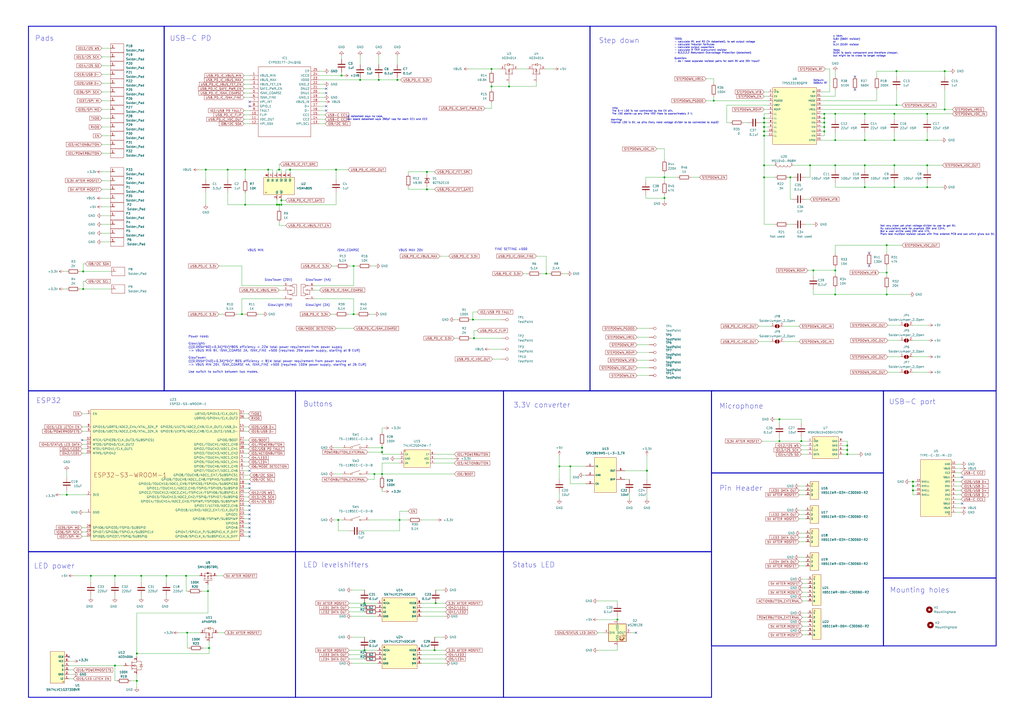
<source format=kicad_sch>
(kicad_sch (version 20230121) (generator eeschema)
  (paper "A2")
  (junction (at 194.945 98.425))
  (junction (at 518.795 108.585))
  (junction (at 121.285 375.92))
  (junction (at 464.82 255.905))
  (junction (at 247.65 99.695))
  (junction (at 443.23 76.2))
  (junction (at 529.59 284.48))
  (junction (at 518.795 95.885))
  (junction (at 514.35 142.24))
  (junction (at 491.49 263.525))
  (junction (at 231.775 301.625))
  (junction (at 163.195 118.745))
  (junction (at 501.65 108.585))
  (junction (at 48.26 167.64))
  (junction (at 520.065 60.96))
  (junction (at 79.375 394.97))
  (junction (at 160.655 118.745))
  (junction (at 285.115 50.165))
  (junction (at 107.95 334.01))
  (junction (at 484.505 156.845))
  (junction (at 324.485 270.51))
  (junction (at 478.155 76.2))
  (junction (at 120.65 342.9))
  (junction (at 274.32 185.42))
  (junction (at 520.065 41.275))
  (junction (at 48.26 157.48))
  (junction (at 198.12 43.815))
  (junction (at 452.12 243.205))
  (junction (at 518.795 81.28))
  (junction (at 414.02 58.42))
  (junction (at 66.675 386.08))
  (junction (at 491.49 260.985))
  (junction (at 548.005 63.5))
  (junction (at 285.115 40.005))
  (junction (at 52.705 334.01))
  (junction (at 501.65 81.28))
  (junction (at 247.65 109.855))
  (junction (at 142.24 118.745))
  (junction (at 529.59 279.4))
  (junction (at 537.845 108.585))
  (junction (at 443.23 78.74))
  (junction (at 219.71 46.355))
  (junction (at 484.505 66.04))
  (junction (at 132.08 98.425))
  (junction (at 142.24 98.425))
  (junction (at 478.155 71.12))
  (junction (at 471.805 156.845))
  (junction (at 529.59 281.94))
  (junction (at 537.845 66.04))
  (junction (at 161.925 118.745))
  (junction (at 155.575 98.425))
  (junction (at 458.47 102.87))
  (junction (at 66.675 334.01))
  (junction (at 330.835 270.51))
  (junction (at 208.915 46.355))
  (junction (at 221.615 274.955))
  (junction (at 108.585 367.03))
  (junction (at 537.845 81.28))
  (junction (at 358.14 359.41))
  (junction (at 537.845 95.885))
  (junction (at 452.12 255.905))
  (junction (at 375.285 273.05))
  (junction (at 196.215 301.625))
  (junction (at 478.155 73.66))
  (junction (at 252.095 377.19))
  (junction (at 163.195 116.205))
  (junction (at 168.275 98.425))
  (junction (at 548.005 41.275))
  (junction (at 501.65 66.04))
  (junction (at 478.155 68.58))
  (junction (at 443.23 71.12))
  (junction (at 385.445 114.935))
  (junction (at 295.275 50.165))
  (junction (at 443.23 102.87))
  (junction (at 211.455 377.19))
  (junction (at 161.925 98.425))
  (junction (at 81.915 334.01))
  (junction (at 96.52 334.01))
  (junction (at 514.35 170.815))
  (junction (at 478.155 66.04))
  (junction (at 221.615 262.255))
  (junction (at 443.23 68.58))
  (junction (at 205.105 182.245))
  (junction (at 443.23 73.66))
  (junction (at 484.505 170.815))
  (junction (at 469.9 95.885))
  (junction (at 443.23 95.885))
  (junction (at 230.505 46.355))
  (junction (at 385.445 102.87))
  (junction (at 316.865 158.75))
  (junction (at 252.73 349.885))
  (junction (at 518.795 66.04))
  (junction (at 514.35 158.115))
  (junction (at 484.505 95.885))
  (junction (at 211.455 349.885))
  (junction (at 491.49 258.445))
  (junction (at 140.335 182.245))
  (junction (at 205.105 154.305))
  (junction (at 221.615 259.715))
  (junction (at 484.505 81.28))
  (junction (at 274.955 196.215))
  (junction (at 79.375 379.095))
  (junction (at 217.17 274.955))
  (junction (at 501.65 95.885))
  (junction (at 38.735 287.02))
  (junction (at 119.38 98.425))
  (no_connect (at 558.165 276.86))
  (no_connect (at 40.005 381))
  (no_connect (at 144.78 61.595))
  (no_connect (at 189.23 53.975))
  (no_connect (at 144.78 293.37))
  (no_connect (at 495.935 44.45))
  (no_connect (at 144.78 283.21))
  (no_connect (at 368.935 367.03))
  (no_connect (at 144.78 295.91))
  (no_connect (at 189.23 51.435))
  (no_connect (at 144.78 308.61))
  (no_connect (at 558.165 292.1))
  (no_connect (at 144.78 300.99))
  (no_connect (at 189.23 61.595))
  (no_connect (at 189.23 64.135))
  (no_connect (at 47.625 255.27))
  (no_connect (at 504.19 146.685))
  (no_connect (at 495.935 52.07))
  (no_connect (at 144.78 303.53))
  (no_connect (at 144.78 273.05))
  (no_connect (at 144.78 306.07))
  (no_connect (at 144.78 59.055))
  (no_connect (at 144.78 298.45))
  (no_connect (at 144.78 280.67))
  (no_connect (at 504.19 154.305))
  (no_connect (at 144.78 311.15))
  (wire (pts (xy 514.35 154.305) (xy 514.35 158.115)))
  (wire (pts (xy 369.57 208.915) (xy 376.555 208.915)))
  (wire (pts (xy 121.285 372.11) (xy 121.285 375.92)))
  (wire (pts (xy 285.75 208.28) (xy 290.83 208.28)))
  (wire (pts (xy 358.14 357.505) (xy 358.14 359.41)))
  (wire (pts (xy 469.9 115.57) (xy 467.36 115.57)))
  (wire (pts (xy 263.525 196.215) (xy 265.43 196.215)))
  (wire (pts (xy 520.065 60.96) (xy 523.24 60.96)))
  (wire (pts (xy 132.08 104.14) (xy 132.08 98.425)))
  (wire (pts (xy 484.505 52.07) (xy 484.505 55.88)))
  (wire (pts (xy 163.195 116.205) (xy 165.735 116.205)))
  (wire (pts (xy 50.165 306.07) (xy 47.625 306.07)))
  (wire (pts (xy 469.9 95.885) (xy 484.505 95.885)))
  (wire (pts (xy 163.195 100.33) (xy 163.195 98.425)))
  (wire (pts (xy 231.775 296.545) (xy 236.855 296.545)))
  (wire (pts (xy 198.12 43.815) (xy 199.39 43.815)))
  (wire (pts (xy 529.59 279.4) (xy 529.59 281.94)))
  (wire (pts (xy 81.915 334.01) (xy 81.915 337.82)))
  (wire (pts (xy 385.445 102.87) (xy 393.065 102.87)))
  (wire (pts (xy 285.115 41.275) (xy 285.115 40.005)))
  (wire (pts (xy 194.945 111.76) (xy 194.945 118.745)))
  (wire (pts (xy 144.78 273.05) (xy 141.605 273.05)))
  (wire (pts (xy 244.475 377.19) (xy 252.095 377.19)))
  (wire (pts (xy 252.095 369.57) (xy 257.175 369.57)))
  (wire (pts (xy 501.65 95.885) (xy 518.795 95.885)))
  (wire (pts (xy 188.595 69.215) (xy 185.42 69.215)))
  (wire (pts (xy 161.925 121.285) (xy 161.925 118.745)))
  (wire (pts (xy 558.165 276.86) (xy 554.355 276.86)))
  (wire (pts (xy 537.845 66.04) (xy 552.45 66.04)))
  (wire (pts (xy 214.63 182.245) (xy 217.17 182.245)))
  (wire (pts (xy 161.925 168.275) (xy 164.465 168.275)))
  (wire (pts (xy 346.71 377.19) (xy 358.14 377.19)))
  (wire (pts (xy 339.725 280.67) (xy 330.835 280.67)))
  (wire (pts (xy 514.35 142.24) (xy 514.35 146.685)))
  (wire (pts (xy 369.57 204.47) (xy 376.555 204.47)))
  (wire (pts (xy 47.625 250.19) (xy 50.165 250.19)))
  (wire (pts (xy 59.055 114.935) (xy 64.135 114.935)))
  (wire (pts (xy 59.055 68.58) (xy 64.135 68.58)))
  (wire (pts (xy 221.615 262.255) (xy 221.615 263.525)))
  (wire (pts (xy 537.845 95.885) (xy 546.735 95.885)))
  (wire (pts (xy 79.375 379.095) (xy 79.375 381)))
  (wire (pts (xy 491.49 255.905) (xy 491.49 258.445)))
  (wire (pts (xy 374.65 102.87) (xy 385.445 102.87)))
  (wire (pts (xy 144.78 295.91) (xy 141.605 295.91)))
  (wire (pts (xy 158.115 100.33) (xy 158.115 98.425)))
  (wire (pts (xy 81.915 345.44) (xy 81.915 346.71)))
  (wire (pts (xy 194.945 98.425) (xy 201.93 98.425)))
  (wire (pts (xy 501.65 66.04) (xy 484.505 66.04)))
  (wire (pts (xy 158.115 98.425) (xy 155.575 98.425)))
  (wire (pts (xy 346.71 367.03) (xy 350.52 367.03)))
  (wire (pts (xy 59.055 33.02) (xy 64.135 33.02)))
  (wire (pts (xy 222.885 285.115) (xy 221.615 285.115)))
  (wire (pts (xy 119.38 111.76) (xy 119.38 118.745)))
  (wire (pts (xy 144.145 257.81) (xy 141.605 257.81)))
  (wire (pts (xy 211.455 369.57) (xy 203.835 369.57)))
  (wire (pts (xy 120.65 355.6) (xy 79.375 355.6)))
  (wire (pts (xy 285.115 48.895) (xy 285.115 50.165)))
  (wire (pts (xy 252.095 266.065) (xy 263.525 266.065)))
  (wire (pts (xy 509.905 158.115) (xy 514.35 158.115)))
  (wire (pts (xy 531.495 287.02) (xy 529.59 287.02)))
  (wire (pts (xy 481.33 40.005) (xy 478.79 40.005)))
  (wire (pts (xy 66.675 345.44) (xy 66.675 346.71)))
  (wire (pts (xy 189.23 53.975) (xy 185.42 53.975)))
  (wire (pts (xy 273.05 185.42) (xy 274.32 185.42)))
  (wire (pts (xy 443.23 71.12) (xy 445.77 71.12)))
  (wire (pts (xy 144.145 267.97) (xy 141.605 267.97)))
  (wire (pts (xy 48.26 157.48) (xy 64.77 157.48)))
  (wire (pts (xy 375.285 285.75) (xy 375.285 289.56)))
  (wire (pts (xy 144.78 300.99) (xy 141.605 300.99)))
  (wire (pts (xy 518.795 95.885) (xy 537.845 95.885)))
  (wire (pts (xy 476.25 58.42) (xy 508.635 58.42)))
  (wire (pts (xy 38.735 284.48) (xy 38.735 287.02)))
  (wire (pts (xy 219.71 46.355) (xy 230.505 46.355)))
  (wire (pts (xy 120.65 339.09) (xy 120.65 342.9)))
  (wire (pts (xy 488.95 263.525) (xy 491.49 263.525)))
  (wire (pts (xy 149.86 182.245) (xy 152.4 182.245)))
  (wire (pts (xy 484.505 76.835) (xy 484.505 81.28)))
  (wire (pts (xy 213.36 278.13) (xy 217.17 278.13)))
  (wire (pts (xy 165.735 100.33) (xy 165.735 98.425)))
  (wire (pts (xy 295.275 50.165) (xy 295.275 47.625)))
  (wire (pts (xy 518.795 81.28) (xy 537.845 81.28)))
  (wire (pts (xy 452.12 243.205) (xy 449.58 243.205)))
  (wire (pts (xy 311.15 47.625) (xy 311.15 50.165)))
  (wire (pts (xy 484.505 41.275) (xy 484.505 44.45)))
  (wire (pts (xy 117.475 375.92) (xy 121.285 375.92)))
  (wire (pts (xy 141.605 51.435) (xy 144.78 51.435)))
  (wire (pts (xy 163.195 116.205) (xy 163.195 118.745)))
  (wire (pts (xy 463.55 328.295) (xy 467.36 328.295)))
  (wire (pts (xy 488.95 258.445) (xy 491.49 258.445)))
  (wire (pts (xy 236.855 109.855) (xy 247.65 109.855)))
  (wire (pts (xy 244.475 384.81) (xy 258.445 384.81)))
  (wire (pts (xy 47.625 240.03) (xy 50.165 240.03)))
  (wire (pts (xy 229.235 266.065) (xy 231.775 266.065)))
  (wire (pts (xy 144.145 255.27) (xy 141.605 255.27)))
  (wire (pts (xy 523.24 142.24) (xy 514.35 142.24)))
  (wire (pts (xy 79.375 391.16) (xy 79.375 394.97)))
  (wire (pts (xy 67.945 394.97) (xy 66.675 394.97)))
  (wire (pts (xy 311.15 50.165) (xy 295.275 50.165)))
  (wire (pts (xy 66.675 334.01) (xy 66.675 337.82)))
  (wire (pts (xy 476.25 66.04) (xy 478.155 66.04)))
  (wire (pts (xy 464.82 260.985) (xy 468.63 260.985)))
  (wire (pts (xy 311.15 148.59) (xy 316.865 148.59)))
  (wire (pts (xy 192.405 154.305) (xy 194.945 154.305)))
  (wire (pts (xy 205.105 165.735) (xy 205.105 154.305)))
  (wire (pts (xy 231.775 301.625) (xy 231.775 307.975)))
  (wire (pts (xy 52.705 345.44) (xy 52.705 346.71)))
  (wire (pts (xy 440.055 198.12) (xy 447.04 198.12)))
  (wire (pts (xy 484.505 66.04) (xy 484.505 69.215)))
  (wire (pts (xy 491.49 263.525) (xy 497.84 263.525)))
  (wire (pts (xy 465.455 343.535) (xy 468.63 343.535)))
  (wire (pts (xy 529.59 284.48) (xy 529.59 287.02)))
  (wire (pts (xy 205.105 173.355) (xy 205.105 182.245)))
  (wire (pts (xy 213.995 301.625) (xy 231.775 301.625)))
  (wire (pts (xy 467.36 102.87) (xy 469.9 102.87)))
  (wire (pts (xy 465.455 365.76) (xy 468.63 365.76)))
  (wire (pts (xy 141.605 69.215) (xy 144.78 69.215)))
  (wire (pts (xy 161.925 118.745) (xy 163.195 118.745)))
  (wire (pts (xy 221.615 274.955) (xy 221.615 268.605)))
  (wire (pts (xy 514.985 215.9) (xy 521.97 215.9)))
  (wire (pts (xy 232.41 46.355) (xy 230.505 46.355)))
  (wire (pts (xy 144.78 280.67) (xy 141.605 280.67)))
  (wire (pts (xy 140.335 165.735) (xy 164.465 165.735)))
  (wire (pts (xy 537.845 69.215) (xy 537.845 66.04)))
  (wire (pts (xy 202.565 354.965) (xy 211.455 354.965)))
  (wire (pts (xy 144.78 275.59) (xy 141.605 275.59)))
  (wire (pts (xy 414.02 58.42) (xy 445.77 58.42)))
  (wire (pts (xy 454.66 189.23) (xy 463.55 189.23)))
  (wire (pts (xy 330.835 280.67) (xy 330.835 270.51)))
  (wire (pts (xy 144.78 308.61) (xy 141.605 308.61)))
  (wire (pts (xy 385.445 100.33) (xy 385.445 102.87)))
  (wire (pts (xy 194.945 190.5) (xy 205.105 190.5)))
  (wire (pts (xy 557.53 279.4) (xy 554.355 279.4)))
  (wire (pts (xy 520.065 44.45) (xy 520.065 41.275)))
  (wire (pts (xy 244.475 382.27) (xy 258.445 382.27)))
  (wire (pts (xy 236.855 301.625) (xy 231.775 301.625)))
  (wire (pts (xy 194.945 104.14) (xy 194.945 98.425)))
  (wire (pts (xy 137.16 182.245) (xy 140.335 182.245)))
  (wire (pts (xy 368.935 367.03) (xy 365.76 367.03)))
  (wire (pts (xy 557.53 269.24) (xy 554.355 269.24)))
  (wire (pts (xy 144.78 293.37) (xy 141.605 293.37)))
  (wire (pts (xy 59.055 83.82) (xy 64.135 83.82)))
  (wire (pts (xy 465.455 358.14) (xy 468.63 358.14)))
  (wire (pts (xy 463.55 284.48) (xy 467.36 284.48)))
  (wire (pts (xy 185.42 41.275) (xy 187.96 41.275)))
  (wire (pts (xy 165.735 98.425) (xy 168.275 98.425)))
  (wire (pts (xy 518.795 108.585) (xy 537.845 108.585)))
  (wire (pts (xy 141.605 46.355) (xy 144.78 46.355)))
  (wire (pts (xy 247.65 99.695) (xy 252.095 99.695)))
  (wire (pts (xy 443.23 102.87) (xy 443.23 130.175)))
  (wire (pts (xy 463.55 311.785) (xy 467.36 311.785)))
  (wire (pts (xy 185.42 46.355) (xy 208.915 46.355)))
  (wire (pts (xy 109.22 342.9) (xy 107.95 342.9)))
  (wire (pts (xy 107.95 334.01) (xy 115.57 334.01)))
  (wire (pts (xy 38.735 273.05) (xy 38.735 276.86)))
  (wire (pts (xy 193.675 259.715) (xy 198.755 259.715)))
  (wire (pts (xy 326.39 158.75) (xy 328.93 158.75)))
  (wire (pts (xy 484.505 142.24) (xy 514.35 142.24)))
  (wire (pts (xy 221.615 274.955) (xy 263.525 274.955)))
  (wire (pts (xy 213.36 262.255) (xy 221.615 262.255)))
  (wire (pts (xy 458.47 115.57) (xy 459.74 115.57)))
  (wire (pts (xy 478.155 68.58) (xy 478.155 66.04)))
  (wire (pts (xy 369.57 213.36) (xy 376.555 213.36)))
  (wire (pts (xy 271.78 40.005) (xy 285.115 40.005)))
  (wire (pts (xy 202.565 377.19) (xy 211.455 377.19)))
  (wire (pts (xy 414.02 55.88) (xy 414.02 58.42)))
  (wire (pts (xy 144.145 285.75) (xy 141.605 285.75)))
  (wire (pts (xy 189.23 64.135) (xy 185.42 64.135)))
  (wire (pts (xy 452.12 255.905) (xy 464.82 255.905)))
  (wire (pts (xy 471.805 130.175) (xy 467.36 130.175)))
  (wire (pts (xy 385.445 113.03) (xy 385.445 114.935)))
  (wire (pts (xy 452.12 243.205) (xy 464.82 243.205)))
  (wire (pts (xy 160.655 118.745) (xy 161.925 118.745)))
  (wire (pts (xy 132.08 111.76) (xy 132.08 118.745)))
  (wire (pts (xy 198.12 43.815) (xy 198.12 41.91)))
  (wire (pts (xy 109.855 375.92) (xy 108.585 375.92)))
  (wire (pts (xy 358.14 348.615) (xy 358.14 349.885)))
  (wire (pts (xy 202.565 379.73) (xy 211.455 379.73)))
  (wire (pts (xy 252.73 349.885) (xy 258.445 349.885)))
  (wire (pts (xy 548.005 41.275) (xy 548.005 44.45)))
  (wire (pts (xy 459.74 102.87) (xy 458.47 102.87)))
  (wire (pts (xy 213.995 274.955) (xy 217.17 274.955)))
  (wire (pts (xy 508.635 44.45) (xy 508.635 41.275)))
  (wire (pts (xy 285.115 40.005) (xy 290.195 40.005)))
  (wire (pts (xy 189.23 61.595) (xy 185.42 61.595)))
  (wire (pts (xy 221.615 263.525) (xy 231.775 263.525)))
  (wire (pts (xy 182.245 165.735) (xy 205.105 165.735)))
  (wire (pts (xy 518.795 69.215) (xy 518.795 66.04)))
  (wire (pts (xy 252.095 109.855) (xy 247.65 109.855)))
  (wire (pts (xy 108.585 375.92) (xy 108.585 367.03)))
  (wire (pts (xy 103.505 367.03) (xy 108.585 367.03)))
  (wire (pts (xy 161.925 98.425) (xy 160.655 98.425)))
  (wire (pts (xy 48.26 167.64) (xy 64.77 167.64)))
  (wire (pts (xy 215.265 154.305) (xy 217.805 154.305)))
  (wire (pts (xy 59.055 88.9) (xy 64.135 88.9)))
  (wire (pts (xy 107.95 342.9) (xy 107.95 334.01)))
  (wire (pts (xy 501.65 106.045) (xy 501.65 108.585)))
  (wire (pts (xy 79.375 394.97) (xy 79.375 398.78)))
  (wire (pts (xy 465.455 340.995) (xy 468.63 340.995)))
  (wire (pts (xy 119.38 98.425) (xy 119.38 104.14)))
  (wire (pts (xy 414.02 45.72) (xy 414.02 48.26)))
  (wire (pts (xy 127 154.305) (xy 140.335 154.305)))
  (wire (pts (xy 59.055 130.175) (xy 64.135 130.175)))
  (wire (pts (xy 491.49 258.445) (xy 491.49 260.985)))
  (wire (pts (xy 48.26 163.195) (xy 48.26 167.64)))
  (wire (pts (xy 529.59 197.485) (xy 538.48 197.485)))
  (wire (pts (xy 464.82 258.445) (xy 468.63 258.445)))
  (wire (pts (xy 168.275 98.425) (xy 168.275 100.33)))
  (wire (pts (xy 464.82 263.525) (xy 468.63 263.525)))
  (wire (pts (xy 285.115 62.865) (xy 281.305 62.865)))
  (wire (pts (xy 443.23 76.2) (xy 443.23 73.66)))
  (wire (pts (xy 476.25 55.88) (xy 484.505 55.88)))
  (wire (pts (xy 160.655 98.425) (xy 160.655 100.33)))
  (wire (pts (xy 518.795 66.04) (xy 501.65 66.04)))
  (wire (pts (xy 141.605 48.895) (xy 144.78 48.895)))
  (wire (pts (xy 443.23 68.58) (xy 445.77 68.58)))
  (wire (pts (xy 463.55 300.99) (xy 467.36 300.99)))
  (wire (pts (xy 252.095 263.525) (xy 263.525 263.525)))
  (wire (pts (xy 458.47 102.87) (xy 457.2 102.87)))
  (wire (pts (xy 119.38 98.425) (xy 132.08 98.425)))
  (wire (pts (xy 202.565 154.305) (xy 205.105 154.305)))
  (wire (pts (xy 557.53 284.48) (xy 554.355 284.48)))
  (wire (pts (xy 374.65 113.03) (xy 374.65 114.935)))
  (wire (pts (xy 465.455 338.455) (xy 468.63 338.455)))
  (wire (pts (xy 59.055 135.255) (xy 64.135 135.255)))
  (wire (pts (xy 465.455 348.615) (xy 468.63 348.615)))
  (wire (pts (xy 202.565 352.425) (xy 211.455 352.425)))
  (wire (pts (xy 274.955 196.215) (xy 273.05 196.215)))
  (wire (pts (xy 443.23 53.34) (xy 445.77 53.34)))
  (wire (pts (xy 464.82 255.905) (xy 468.63 255.905)))
  (wire (pts (xy 508.635 58.42) (xy 508.635 52.07)))
  (wire (pts (xy 274.32 185.42) (xy 290.83 185.42)))
  (wire (pts (xy 231.775 301.625) (xy 231.775 296.545)))
  (wire (pts (xy 59.055 63.5) (xy 64.135 63.5)))
  (wire (pts (xy 96.52 334.01) (xy 96.52 337.82)))
  (wire (pts (xy 217.17 274.955) (xy 221.615 274.955)))
  (wire (pts (xy 375.285 273.05) (xy 375.285 278.13)))
  (wire (pts (xy 155.575 98.425) (xy 155.575 100.33)))
  (wire (pts (xy 520.065 52.07) (xy 520.065 60.96)))
  (wire (pts (xy 36.83 167.64) (xy 38.735 167.64)))
  (wire (pts (xy 59.055 48.26) (xy 64.135 48.26)))
  (wire (pts (xy 36.83 157.48) (xy 38.735 157.48)))
  (wire (pts (xy 443.23 102.87) (xy 449.58 102.87)))
  (wire (pts (xy 324.485 270.51) (xy 330.835 270.51)))
  (wire (pts (xy 141.605 66.675) (xy 144.78 66.675)))
  (wire (pts (xy 47.625 247.65) (xy 50.165 247.65)))
  (wire (pts (xy 244.475 379.73) (xy 258.445 379.73)))
  (wire (pts (xy 141.605 53.975) (xy 144.78 53.975)))
  (wire (pts (xy 50.165 260.35) (xy 47.625 260.35)))
  (wire (pts (xy 537.845 81.28) (xy 546.1 81.28)))
  (wire (pts (xy 443.23 95.885) (xy 449.58 95.885)))
  (wire (pts (xy 443.23 95.885) (xy 443.23 102.87)))
  (wire (pts (xy 47.625 255.27) (xy 50.165 255.27)))
  (wire (pts (xy 520.065 41.275) (xy 548.005 41.275)))
  (wire (pts (xy 316.865 158.75) (xy 318.77 158.75)))
  (wire (pts (xy 140.335 173.355) (xy 140.335 182.245)))
  (wire (pts (xy 221.615 268.605) (xy 231.775 268.605)))
  (wire (pts (xy 514.35 167.64) (xy 514.35 170.815)))
  (wire (pts (xy 79.375 355.6) (xy 79.375 379.095)))
  (wire (pts (xy 385.445 86.36) (xy 385.445 92.71)))
  (wire (pts (xy 198.12 32.385) (xy 198.12 34.29)))
  (wire (pts (xy 514.985 197.485) (xy 521.97 197.485)))
  (wire (pts (xy 274.32 180.975) (xy 276.86 180.975)))
  (wire (pts (xy 205.105 154.305) (xy 207.645 154.305)))
  (wire (pts (xy 484.505 156.845) (xy 484.505 159.385)))
  (wire (pts (xy 531.495 279.4) (xy 529.59 279.4)))
  (wire (pts (xy 59.055 109.855) (xy 64.135 109.855)))
  (wire (pts (xy 161.925 95.25) (xy 161.925 98.425)))
  (wire (pts (xy 501.65 76.835) (xy 501.65 81.28)))
  (wire (pts (xy 548.005 52.07) (xy 548.005 63.5)))
  (wire (pts (xy 362.585 273.05) (xy 375.285 273.05)))
  (wire (pts (xy 96.52 345.44) (xy 96.52 346.71)))
  (wire (pts (xy 478.155 71.12) (xy 478.155 68.58)))
  (wire (pts (xy 465.455 360.68) (xy 468.63 360.68)))
  (wire (pts (xy 144.78 298.45) (xy 141.605 298.45)))
  (wire (pts (xy 165.735 130.81) (xy 161.925 130.81)))
  (wire (pts (xy 457.2 130.175) (xy 459.74 130.175)))
  (wire (pts (xy 49.53 153.035) (xy 48.26 153.035)))
  (wire (pts (xy 440.055 189.23) (xy 447.04 189.23)))
  (wire (pts (xy 163.195 98.425) (xy 161.925 98.425)))
  (wire (pts (xy 182.245 173.355) (xy 205.105 173.355)))
  (wire (pts (xy 369.57 195.58) (xy 376.555 195.58)))
  (wire (pts (xy 514.985 188.595) (xy 521.97 188.595)))
  (wire (pts (xy 484.505 81.28) (xy 501.65 81.28)))
  (wire (pts (xy 59.055 78.74) (xy 64.135 78.74)))
  (wire (pts (xy 144.78 311.15) (xy 141.605 311.15)))
  (wire (pts (xy 127 182.245) (xy 129.54 182.245)))
  (wire (pts (xy 488.95 260.985) (xy 491.49 260.985)))
  (wire (pts (xy 464.82 245.745) (xy 464.82 243.205)))
  (wire (pts (xy 48.26 153.035) (xy 48.26 157.48)))
  (wire (pts (xy 208.915 46.355) (xy 208.915 45.085)))
  (wire (pts (xy 50.165 311.15) (xy 47.625 311.15)))
  (wire (pts (xy 285.115 52.07) (xy 285.115 50.165)))
  (wire (pts (xy 185.42 48.895) (xy 187.96 48.895)))
  (wire (pts (xy 478.155 73.66) (xy 478.155 71.12)))
  (wire (pts (xy 194.945 118.745) (xy 163.195 118.745)))
  (wire (pts (xy 484.505 147.32) (xy 484.505 142.24)))
  (wire (pts (xy 558.165 292.1) (xy 554.355 292.1)))
  (wire (pts (xy 255.27 148.59) (xy 260.35 148.59)))
  (wire (pts (xy 81.915 334.01) (xy 96.52 334.01)))
  (wire (pts (xy 346.71 348.615) (xy 358.14 348.615)))
  (wire (pts (xy 557.53 294.64) (xy 554.355 294.64)))
  (wire (pts (xy 421.64 60.96) (xy 445.77 60.96)))
  (wire (pts (xy 557.53 297.18) (xy 554.355 297.18)))
  (wire (pts (xy 362.585 278.13) (xy 365.125 278.13)))
  (wire (pts (xy 49.53 163.195) (xy 48.26 163.195)))
  (wire (pts (xy 531.495 281.94) (xy 529.59 281.94)))
  (wire (pts (xy 211.455 342.265) (xy 203.835 342.265)))
  (wire (pts (xy 303.53 158.75) (xy 306.07 158.75)))
  (wire (pts (xy 219.71 32.385) (xy 219.71 37.465)))
  (wire (pts (xy 236.855 100.965) (xy 236.855 99.695)))
  (wire (pts (xy 443.23 63.5) (xy 445.77 63.5)))
  (wire (pts (xy 244.475 349.885) (xy 252.73 349.885)))
  (wire (pts (xy 459.74 95.885) (xy 469.9 95.885)))
  (wire (pts (xy 527.685 170.815) (xy 514.35 170.815)))
  (wire (pts (xy 185.42 59.055) (xy 188.595 59.055)))
  (wire (pts (xy 274.955 191.77) (xy 274.955 196.215)))
  (wire (pts (xy 236.855 108.585) (xy 236.855 109.855)))
  (wire (pts (xy 369.57 200.025) (xy 376.555 200.025)))
  (wire (pts (xy 463.55 281.94) (xy 467.36 281.94)))
  (wire (pts (xy 160.655 115.57) (xy 160.655 118.745)))
  (wire (pts (xy 142.24 118.745) (xy 160.655 118.745)))
  (wire (pts (xy 221.615 258.445) (xy 221.615 259.715)))
  (wire (pts (xy 276.86 191.77) (xy 274.955 191.77)))
  (wire (pts (xy 42.545 391.16) (xy 40.005 391.16)))
  (wire (pts (xy 182.245 168.275) (xy 185.42 168.275)))
  (wire (pts (xy 465.455 335.915) (xy 468.63 335.915)))
  (wire (pts (xy 142.24 98.425) (xy 155.575 98.425)))
  (wire (pts (xy 252.73 342.265) (xy 257.175 342.265)))
  (wire (pts (xy 551.18 41.275) (xy 548.005 41.275)))
  (wire (pts (xy 202.565 349.885) (xy 211.455 349.885)))
  (wire (pts (xy 193.675 274.955) (xy 198.755 274.955)))
  (wire (pts (xy 144.145 290.83) (xy 141.605 290.83)))
  (wire (pts (xy 121.285 375.92) (xy 121.285 379.095)))
  (wire (pts (xy 484.505 156.845) (xy 471.805 156.845)))
  (wire (pts (xy 529.59 188.595) (xy 538.48 188.595)))
  (wire (pts (xy 163.195 116.205) (xy 163.195 115.57)))
  (wire (pts (xy 244.475 357.505) (xy 258.445 357.505)))
  (wire (pts (xy 252.095 268.605) (xy 263.525 268.605)))
  (wire (pts (xy 449.58 130.175) (xy 443.23 130.175)))
  (wire (pts (xy 141.605 247.65) (xy 144.145 247.65)))
  (wire (pts (xy 52.705 334.01) (xy 52.705 337.82)))
  (wire (pts (xy 144.78 306.07) (xy 141.605 306.07)))
  (wire (pts (xy 330.835 270.51) (xy 339.725 270.51)))
  (wire (pts (xy 452.12 253.365) (xy 452.12 255.905)))
  (wire (pts (xy 537.845 98.425) (xy 537.845 95.885)))
  (wire (pts (xy 203.835 384.81) (xy 219.075 384.81)))
  (wire (pts (xy 144.145 265.43) (xy 141.605 265.43)))
  (wire (pts (xy 38.735 287.02) (xy 50.165 287.02)))
  (wire (pts (xy 132.08 118.745) (xy 142.24 118.745)))
  (wire (pts (xy 445.77 66.04) (xy 443.23 66.04)))
  (wire (pts (xy 48.26 167.64) (xy 46.355 167.64)))
  (wire (pts (xy 443.23 68.58) (xy 443.23 71.12)))
  (wire (pts (xy 59.055 58.42) (xy 64.135 58.42)))
  (wire (pts (xy 385.445 114.935) (xy 385.445 116.84)))
  (wire (pts (xy 484.505 167.005) (xy 484.505 170.815)))
  (wire (pts (xy 537.845 108.585) (xy 546.735 108.585)))
  (wire (pts (xy 443.23 78.74) (xy 443.23 76.2)))
  (wire (pts (xy 381 86.36) (xy 385.445 86.36)))
  (wire (pts (xy 59.055 99.695) (xy 64.135 99.695)))
  (wire (pts (xy 458.47 102.87) (xy 458.47 115.57)))
  (wire (pts (xy 358.14 359.41) (xy 346.71 359.41)))
  (wire (pts (xy 142.24 111.76) (xy 142.24 118.745)))
  (wire (pts (xy 324.485 285.75) (xy 324.485 289.56)))
  (wire (pts (xy 66.675 386.08) (xy 71.755 386.08)))
  (wire (pts (xy 141.605 56.515) (xy 144.78 56.515)))
  (wire (pts (xy 476.25 68.58) (xy 478.155 68.58)))
  (wire (pts (xy 203.835 357.505) (xy 219.075 357.505)))
  (wire (pts (xy 529.59 215.9) (xy 538.48 215.9)))
  (wire (pts (xy 221.615 248.285) (xy 222.885 248.285)))
  (wire (pts (xy 369.57 217.805) (xy 376.555 217.805)))
  (wire (pts (xy 116.84 342.9) (xy 120.65 342.9)))
  (wire (pts (xy 548.005 63.5) (xy 552.45 63.5)))
  (wire (pts (xy 34.925 287.02) (xy 38.735 287.02)))
  (wire (pts (xy 463.55 323.215) (xy 467.36 323.215)))
  (wire (pts (xy 59.055 120.015) (xy 64.135 120.015)))
  (wire (pts (xy 141.605 71.755) (xy 144.78 71.755)))
  (wire (pts (xy 42.545 393.7) (xy 40.005 393.7)))
  (wire (pts (xy 221.615 250.825) (xy 221.615 248.285)))
  (wire (pts (xy 501.65 69.215) (xy 501.65 66.04)))
  (wire (pts (xy 140.335 182.245) (xy 142.24 182.245)))
  (wire (pts (xy 236.855 99.695) (xy 247.65 99.695)))
  (wire (pts (xy 476.25 73.66) (xy 478.155 73.66)))
  (wire (pts (xy 189.23 51.435) (xy 185.42 51.435)))
  (wire (pts (xy 454.66 198.12) (xy 463.55 198.12)))
  (wire (pts (xy 405.765 102.87) (xy 400.685 102.87)))
  (wire (pts (xy 42.545 388.62) (xy 40.005 388.62)))
  (wire (pts (xy 358.14 377.19) (xy 358.14 374.65)))
  (wire (pts (xy 557.53 274.32) (xy 554.355 274.32)))
  (wire (pts (xy 463.55 298.45) (xy 467.36 298.45)))
  (wire (pts (xy 285.115 50.165) (xy 295.275 50.165)))
  (wire (pts (xy 247.65 100.965) (xy 247.65 99.695)))
  (wire (pts (xy 529.59 207.01) (xy 538.48 207.01)))
  (wire (pts (xy 476.25 76.2) (xy 478.155 76.2)))
  (wire (pts (xy 42.545 334.01) (xy 52.705 334.01)))
  (wire (pts (xy 488.95 255.905) (xy 491.49 255.905)))
  (wire (pts (xy 205.105 182.245) (xy 207.01 182.245)))
  (wire (pts (xy 59.055 125.095) (xy 64.135 125.095)))
  (wire (pts (xy 445.77 76.2) (xy 443.23 76.2)))
  (wire (pts (xy 484.505 95.885) (xy 501.65 95.885)))
  (wire (pts (xy 121.285 379.095) (xy 79.375 379.095)))
  (wire (pts (xy 514.35 158.115) (xy 514.35 160.02)))
  (wire (pts (xy 202.565 382.27) (xy 211.455 382.27)))
  (wire (pts (xy 208.915 32.385) (xy 208.915 37.465)))
  (wire (pts (xy 464.82 253.365) (xy 464.82 255.905)))
  (wire (pts (xy 557.53 271.78) (xy 554.355 271.78)))
  (wire (pts (xy 59.055 38.1) (xy 64.135 38.1)))
  (wire (pts (xy 529.59 281.94) (xy 529.59 284.48)))
  (wire (pts (xy 385.445 102.87) (xy 385.445 105.41)))
  (wire (pts (xy 338.455 275.59) (xy 339.725 275.59)))
  (wire (pts (xy 471.805 156.845) (xy 468.63 156.845)))
  (wire (pts (xy 213.995 259.715) (xy 221.615 259.715)))
  (wire (pts (xy 537.845 76.835) (xy 537.845 81.28)))
  (wire (pts (xy 557.53 287.02) (xy 554.355 287.02)))
  (wire (pts (xy 557.53 289.56) (xy 554.355 289.56)))
  (wire (pts (xy 219.71 45.085) (xy 219.71 46.355)))
  (wire (pts (xy 484.505 106.045) (xy 484.505 108.585)))
  (wire (pts (xy 201.93 182.245) (xy 205.105 182.245)))
  (wire (pts (xy 518.795 106.045) (xy 518.795 108.585)))
  (wire (pts (xy 478.155 78.74) (xy 478.155 76.2)))
  (wire (pts (xy 66.675 334.01) (xy 81.915 334.01)))
  (wire (pts (xy 316.865 148.59) (xy 316.865 158.75)))
  (wire (pts (xy 141.605 64.135) (xy 144.78 64.135)))
  (wire (pts (xy 144.145 262.89) (xy 141.605 262.89)))
  (wire (pts (xy 421.64 71.12) (xy 423.545 71.12)))
  (wire (pts (xy 141.605 250.19) (xy 144.145 250.19)))
  (wire (pts (xy 252.095 377.19) (xy 258.445 377.19)))
  (wire (pts (xy 50.165 262.89) (xy 47.625 262.89)))
  (wire (pts (xy 126.365 367.03) (xy 130.175 367.03)))
  (wire (pts (xy 164.465 173.355) (xy 140.335 173.355)))
  (wire (pts (xy 217.17 278.13) (xy 217.17 274.955)))
  (wire (pts (xy 476.25 53.34) (xy 481.33 53.34)))
  (wire (pts (xy 161.925 128.905) (xy 161.925 130.81)))
  (wire (pts (xy 463.55 287.02) (xy 467.36 287.02)))
  (wire (pts (xy 464.185 309.245) (xy 467.36 309.245)))
  (wire (pts (xy 531.495 284.48) (xy 529.59 284.48)))
  (wire (pts (xy 221.615 259.715) (xy 221.615 262.255)))
  (wire (pts (xy 445.77 78.74) (xy 443.23 78.74)))
  (wire (pts (xy 476.25 81.28) (xy 484.505 81.28)))
  (wire (pts (xy 48.26 297.18) (xy 50.165 297.18)))
  (wire (pts (xy 244.475 354.965) (xy 258.445 354.965)))
  (wire (pts (xy 108.585 367.03) (xy 116.205 367.03)))
  (wire (pts (xy 463.55 314.325) (xy 467.36 314.325)))
  (wire (pts (xy 478.155 66.04) (xy 484.505 66.04)))
  (wire (pts (xy 465.455 346.075) (xy 468.63 346.075)))
  (wire (pts (xy 469.9 102.87) (xy 469.9 95.885)))
  (wire (pts (xy 465.455 363.22) (xy 468.63 363.22)))
  (wire (pts (xy 185.42 71.755) (xy 188.595 71.755)))
  (wire (pts (xy 274.32 185.42) (xy 274.32 180.975)))
  (wire (pts (xy 313.69 158.75) (xy 316.865 158.75)))
  (wire (pts (xy 501.65 108.585) (xy 518.795 108.585)))
  (wire (pts (xy 59.055 27.94) (xy 64.135 27.94)))
  (wire (pts (xy 283.845 202.565) (xy 290.83 202.565)))
  (wire (pts (xy 463.55 325.755) (xy 467.36 325.755)))
  (wire (pts (xy 59.055 104.775) (xy 64.135 104.775)))
  (wire (pts (xy 221.615 274.955) (xy 221.615 276.225)))
  (wire (pts (xy 537.845 108.585) (xy 537.845 106.045)))
  (wire (pts (xy 471.805 167.64) (xy 471.805 170.815)))
  (wire (pts (xy 208.915 46.355) (xy 219.71 46.355)))
  (wire (pts (xy 59.055 140.335) (xy 64.135 140.335)))
  (wire (pts (xy 375.285 264.16) (xy 375.285 273.05)))
  (wire (pts (xy 59.055 73.66) (xy 64.135 73.66)))
  (wire (pts (xy 140.335 154.305) (xy 140.335 165.735)))
  (wire (pts (xy 193.675 301.625) (xy 196.215 301.625)))
  (wire (pts (xy 144.145 270.51) (xy 141.605 270.51)))
  (wire (pts (xy 42.545 383.54) (xy 40.005 383.54)))
  (wire (pts (xy 188.595 66.675) (xy 185.42 66.675)))
  (wire (pts (xy 443.23 55.88) (xy 445.77 55.88)))
  (wire (pts (xy 324.485 278.13) (xy 324.485 270.51)))
  (wire (pts (xy 369.57 190.5) (xy 376.555 190.5)))
  (wire (pts (xy 471.805 170.815) (xy 484.505 170.815)))
  (wire (pts (xy 484.505 108.585) (xy 501.65 108.585)))
  (wire (pts (xy 168.275 98.425) (xy 194.945 98.425)))
  (wire (pts (xy 50.165 308.61) (xy 47.625 308.61)))
  (wire (pts (xy 316.23 40.005) (xy 321.31 40.005)))
  (wire (pts (xy 374.65 105.41) (xy 374.65 102.87)))
  (wire (pts (xy 210.185 307.975) (xy 231.775 307.975)))
  (wire (pts (xy 59.055 53.34) (xy 64.135 53.34)))
  (wire (pts (xy 230.505 32.385) (xy 230.505 37.465)))
  (wire (pts (xy 75.565 394.97) (xy 79.375 394.97)))
  (wire (pts (xy 144.78 283.21) (xy 141.605 283.21)))
  (wire (pts (xy 484.505 95.885) (xy 484.505 98.425)))
  (wire (pts (xy 185.42 56.515) (xy 187.96 56.515)))
  (wire (pts (xy 491.49 260.985) (xy 491.49 263.525)))
  (wire (pts (xy 142.24 104.14) (xy 142.24 98.425)))
  (wire (pts (xy 244.475 352.425) (xy 258.445 352.425)))
  (wire (pts (xy 484.505 154.94) (xy 484.505 156.845)))
  (wire (pts (xy 244.475 301.625) (xy 253.365 301.625)))
  (wire (pts (xy 144.145 240.03) (xy 141.605 240.03)))
  (wire (pts (xy 247.65 109.855) (xy 247.65 108.585)))
  (wire (pts (xy 463.55 295.91) (xy 467.36 295.91)))
  (wire (pts (xy 476.25 63.5) (xy 548.005 63.5)))
  (wire (pts (xy 96.52 334.01) (xy 107.95 334.01)))
  (wire (pts (xy 508.635 41.275) (xy 520.065 41.275)))
  (wire (pts (xy 518.795 66.04) (xy 537.845 66.04)))
  (wire (pts (xy 374.65 114.935) (xy 385.445 114.935)))
  (wire (pts (xy 144.145 260.35) (xy 141.605 260.35)))
  (wire (pts (xy 40.005 386.08) (xy 66.675 386.08)))
  (wire (pts (xy 185.42 43.815) (xy 198.12 43.815)))
  (wire (pts (xy 441.325 71.12) (xy 443.23 71.12)))
  (wire (pts (xy 476.25 60.96) (xy 520.065 60.96)))
  (wire (pts (xy 478.155 76.2) (xy 478.155 73.66)))
  (wire (pts (xy 324.485 264.16) (xy 324.485 270.51)))
  (wire (pts (xy 476.25 71.12) (xy 478.155 71.12)))
  (wire (pts (xy 501.65 98.425) (xy 501.65 95.885)))
  (wire (pts (xy 514.985 207.01) (xy 521.97 207.01)))
  (wire (pts (xy 518.795 76.835) (xy 518.795 81.28)))
  (wire (pts (xy 144.78 303.53) (xy 141.605 303.53)))
  (wire (pts (xy 452.12 245.745) (xy 452.12 243.205)))
  (wire (pts (xy 202.565 307.975) (xy 196.215 307.975)))
  (wire (pts (xy 114.935 98.425) (xy 119.38 98.425)))
  (wire (pts (xy 144.145 242.57) (xy 141.605 242.57)))
  (wire (pts (xy 529.59 279.4) (xy 527.685 279.4)))
  (wire (pts (xy 481.33 53.34) (xy 481.33 40.005)))
  (wire (pts (xy 409.575 45.72) (xy 414.02 45.72)))
  (wire (pts (xy 221.615 285.115) (xy 221.615 283.845)))
  (wire (pts (xy 471.805 156.845) (xy 471.805 160.02)))
  (wire (pts (xy 196.215 301.625) (xy 198.755 301.625)))
  (wire (pts (xy 132.08 98.425) (xy 142.24 98.425)))
  (wire (pts (xy 431.165 71.12) (xy 433.705 71.12)))
  (wire (pts (xy 274.955 196.215) (xy 290.83 196.215)))
  (wire (pts (xy 66.675 394.97) (xy 66.675 386.08)))
  (wire (pts (xy 409.575 58.42) (xy 414.02 58.42)))
  (wire (pts (xy 59.055 43.18) (xy 64.135 43.18)))
  (wire (pts (xy 443.23 78.74) (xy 443.23 95.885)))
  (wire (pts (xy 263.525 185.42) (xy 265.43 185.42)))
  (wire (pts (xy 441.96 255.905) (xy 452.12 255.905)))
  (wire (pts (xy 48.26 157.48) (xy 46.355 157.48)))
  (wire (pts (xy 120.65 342.9) (xy 120.65 355.6)))
  (wire (pts (xy 501.65 81.28) (xy 518.795 81.28)))
  (wire (pts (xy 421.64 60.96) (xy 421.64 71.12)))
  (wire (pts (xy 144.145 288.29) (xy 141.605 288.29)))
  (wire (pts (xy 196.215 307.975) (xy 196.215 301.625)))
  (wire (pts (xy 285.115 59.69) (xy 285.115 62.865)))
  (wire (pts (xy 52.705 334.01) (xy 66.675 334.01)))
  (wire (pts (xy 476.25 78.74) (xy 478.155 78.74)))
  (wire (pts (xy 50.165 257.81) (xy 47.625 257.81)))
  (wire (pts (xy 211.455 377.19) (xy 219.075 377.19)))
  (wire (pts (xy 465.455 368.3) (xy 468.63 368.3)))
  (wire (pts (xy 230.505 45.085) (xy 230.505 46.355)))
  (wire (pts (xy 365.125 285.75) (xy 365.125 289.56)))
  (wire (pts (xy 300.355 40.005) (xy 306.07 40.005)))
  (wire (pts (xy 465.455 355.6) (xy 468.63 355.6)))
  (wire (pts (xy 445.77 73.66) (xy 443.23 73.66)))
  (wire (pts (xy 443.23 71.12) (xy 443.23 73.66)))
  (wire (pts (xy 144.78 278.13) (xy 141.605 278.13)))
  (wire (pts (xy 191.77 182.245) (xy 194.31 182.245)))
  (wire (pts (xy 125.73 334.01) (xy 129.54 334.01)))
  (wire (pts (xy 557.53 281.94) (xy 554.355 281.94)))
  (wire (pts (xy 162.56 95.25) (xy 161.925 95.25)))
  (wire (pts (xy 443.23 66.04) (xy 443.23 68.58)))
  (wire (pts (xy 211.455 349.885) (xy 219.075 349.885)))
  (wire (pts (xy 518.795 98.425) (xy 518.795 95.885)))
  (wire (pts (xy 484.505 170.815) (xy 514.35 170.815)))
  (wire (pts (xy 141.605 43.815) (xy 144.78 43.815)))
  (rectangle (start 412.75 226.695) (end 512.445 274.32) (stroke (width 0.5)))
  (rectangle (start 342.265 15.24) (end 577.85 226.695) (stroke (width 0.5)))
  (rectangle (start 16.51 226.695) (end 171.45 320.04) (stroke (width 0.5)))
  (rectangle (start 512.445 226.695) (end 577.85 335.28) (stroke (width 0.5)))
  (rectangle (start 16.51 15.24) (end 95.25 226.695) (stroke (width 0.5)))
  (rectangle (start 95.25 15.24) (end 342.265 226.695) (stroke (width 0.5)))
  (rectangle (start 292.1 226.695) (end 412.75 320.04) (stroke (width 0.5)))
  (rectangle (start 171.45 320.04) (end 292.1 404.495) (stroke (width 0.5)))
  (rectangle (start 171.45 226.695) (end 292.1 320.04) (stroke (width 0.5)))
  (rectangle (start 292.1 320.04) (end 412.75 404.495) (stroke (width 0.5)))
  (rectangle (start 512.445 335.28) (end 577.85 374.65) (stroke (width 0.5)))
  (rectangle (start 16.51 320.04) (end 171.45 404.495) (stroke (width 0.5)))
  (rectangle (start 412.75 274.32) (end 512.445 374.65) (stroke (width 0.5)))
  (text "Status LED" (at 297.18 329.565 0) (effects (font (size 3 3)) (justify left bottom)))
  (text "Info:\nThe 5-V LDO is not controlled by the EN pin. \nThe LDO starts-up any time VDD rises to approximately 2 V." (at 354.965 66.675 0) (effects (font (size 1 1)) (justify left bottom)))
  (text "LED levelshifters" (at 175.895 329.565 0) (effects (font (size 3 3)) (justify left bottom)))
  (text "Buttons" (at 175.895 236.22 0) (effects (font (size 3 3)) (justify left bottom)))
  (text "3.3V converter" (at 297.815 236.855 0) (effects (font (size 3 3)) (justify left bottom)))
  (text "USB-C port" (at 515.62 234.95 0) (effects (font (size 3 3)) (justify left bottom)))
  (text "Default:\n500khz RF" (at 471.805 48.895 0) (effects (font (size 1 1)) (justify left bottom)))
  (text "Testing procedure once I receive PCB prototype:\n\nStep 1: test USB-C PD IC only:\n- does 9V output work?\n- does 20V output work?\n- does 5V output work for devices which don't support 9V or 20V?\n\nStep 2: connect step down (EN and VIN) and test step down:\n- does it output 5V?\n- is the voltage stable? how about noise?\n\nStep 3: connect step down output to 5V and test whole system:\n- 5v stable? for low and high loads? how about noise?" (at 610.235 107.315 0) (effects (font (size 3 3)) (justify left bottom)))
  (text "VBUS MAX 20V" (at 231.14 146.05 0) (effects (font (size 1.27 1.27)) (justify left bottom)))
  (text "ESP32" (at 20.955 234.315 0) (effects (font (size 3 3)) (justify left bottom)))
  (text "Not very clear yet what voltage divider to use to get 5V.\nMy calculations said for example 20K and 134K.\nBut a user online used 20K and 47K.\nPlan: test multiple resistor values with first ordered PCB and see which gives out 5V." (at 510.54 136.525 0) (effects (font (size 1 1)) (justify left bottom)))
  (text "GlowTower (4A)" (at 177.165 163.195 0) (effects (font (size 1.27 1.27)) (justify left bottom)))
  (text "GlowLight (9V)" (at 169.545 177.8 0) (effects (font (size 1.27 1.27)) (justify right bottom)))
  (text "Pin Header" (at 417.195 285.115 0) (effects (font (size 3 3)) (justify left bottom)))
  (text "IC datasheet says no caps, \ndev board datasheet says 390pF cap for each CC1 and CC2" (at 201.295 69.85 0) (effects (font (size 1 1)) (justify left bottom)))
  (text "LED power" (at 19.685 330.2 0) (effects (font (size 3 3)) (justify left bottom)))
  (text "VBUS MIN" (at 143.51 146.05 0) (effects (font (size 1.27 1.27)) (justify left bottom)))
  (text "USB-C PD" (at 98.425 24.13 0) (effects (font (size 3 3)) (justify left bottom)))
  (text "GlowTower (20V)" (at 169.545 163.195 0) (effects (font (size 1.27 1.27)) (justify right bottom)))
  (text "Step down" (at 347.345 25.4 0) (effects (font (size 3 3)) (justify left bottom)))
  (text "FINE SETTING +500" (at 287.02 145.415 0) (effects (font (size 1.27 1.27)) (justify left bottom)))
  (text "TODO:\n- calculate R1 and R2 (in datasheet), to set output voltage\n- calculate inductor formulas\n- calculate output capacitors\n- calculate R TRIP overcurrent resistor\n- 9.2.2.2.2 Redundant Overvoltage Protection (datasheet)\n\nQuestion:\n- do I need separate resistor pairs for both 9V and 20V input?" (at 391.16 36.195 0) (effects (font (size 1 1)) (justify left bottom)))
  (text "Pads" (at 20.32 24.13 0) (effects (font (size 3 3)) (justify left bottom)))
  (text "Power need:\n\nGlowLight:\n(((0,055A*60)+0,3A)*5V)*80% efficiency = 22W total power requirement from power supply\n-> VBUS MIN 9V, ISNK_COARSE 2A, ISNK_FINE +500 (required: 25W power supply, starting at 8 EUR)\n\nGlowTower:\n(((0,055A*240)+0,3A)*5V)* 80% efficiency = 81W total power requirement from power source\n-> VBUS MIN 20V, ISNK_COARSE 4A, ISNK_FINE +500 (required: 100W power supply, starting at 26 EUR)\n\nUse switch to switch between two modes." (at 109.22 216.535 0) (effects (font (size 1.27 1.27)) (justify left bottom)))
  (text "Microphone" (at 417.195 237.49 0) (effects (font (size 3 3)) (justify left bottom)))
  (text "V TRIP:\n5.6V (560K resistor)\nor\n5.1V (510K resistor\n\nNote:\n510K is basic component and therefore cheaper, \nbut might be to close to target voltage" (at 483.235 33.02 0) (effects (font (size 1 1)) (justify left bottom)))
  (text "ISNK_COARSE" (at 195.58 146.05 0) (effects (font (size 1.27 1.27)) (justify left bottom)))
  (text "Warning:\ninternal LDO is 5V, so pins likely need voltage divider to be connected to esp32" (at 354.33 71.755 0) (effects (font (size 1 1)) (justify left bottom)))
  (text "Mounting holes" (at 516.255 344.17 0) (effects (font (size 3 3)) (justify left bottom)))
  (text "GlowLight (2A)" (at 177.165 177.8 0) (effects (font (size 1.27 1.27)) (justify left bottom)))
  (global_label "USB-C CC2" (shape input) (at 557.53 274.32 0) (property "Intersheetrefs" "${INTERSHEET_REFS}" (effects hide)))
  (global_label "IO14{slash}I2S SD" (shape input) (at 144.145 290.83 0) (property "Intersheetrefs" "${INTERSHEET_REFS}" (effects hide)))
  (global_label "USB_PD_IC_VBUS_MAX" (shape input) (at 141.605 46.355 180) (property "Intersheetrefs" "${INTERSHEET_REFS}" (effects hide)))
  (global_label "STEPDOWN_VFB" (shape input) (at 469.9 115.57 0) (property "Intersheetrefs" "${INTERSHEET_REFS}" (effects hide)))
  (global_label "STEPDOWN_VDC_OUT" (shape input) (at 514.985 188.595 180) (property "Intersheetrefs" "${INTERSHEET_REFS}" (effects hide)))
  (global_label "IO19{slash}USB D-" (shape input) (at 59.055 43.18 180) (property "Intersheetrefs" "${INTERSHEET_REFS}" (effects hide)))
  (global_label "USB_PD_IC_VDC_OUT" (shape input) (at 285.75 208.28 180) (property "Intersheetrefs" "${INTERSHEET_REFS}" (effects hide)))
  (global_label "IO3{slash}ACTIONBUTTON" (shape input) (at 59.055 83.82 180) (property "Intersheetrefs" "${INTERSHEET_REFS}" (effects hide)))
  (global_label "TXD0" (shape input) (at 59.055 68.58 180) (property "Intersheetrefs" "${INTERSHEET_REFS}" (effects hide)))
  (global_label "IO1{slash}POWERBUTTON" (shape input) (at 263.525 263.525 0) (property "Intersheetrefs" "${INTERSHEET_REFS}" (effects hide)))
  (global_label "STEPDOWN_RF" (shape input) (at 369.57 200.025 180) (property "Intersheetrefs" "${INTERSHEET_REFS}" (effects hide)))
  (global_label "STEPDOWN_EN" (shape input) (at 443.23 55.88 180) (property "Intersheetrefs" "${INTERSHEET_REFS}" (effects hide)))
  (global_label "USB_PD_IC_SAFE_PWR_EN" (shape input) (at 141.605 51.435 180) (property "Intersheetrefs" "${INTERSHEET_REFS}" (effects hide)))
  (global_label "IO2{slash}USB PD FAULT" (shape input) (at 276.86 180.975 0) (property "Intersheetrefs" "${INTERSHEET_REFS}" (effects hide)))
  (global_label "USB_PD_IC_VBUS_MIN" (shape input) (at 141.605 43.815 180) (property "Intersheetrefs" "${INTERSHEET_REFS}" (effects hide)))
  (global_label "IO4{slash}LED3" (shape input) (at 258.445 379.73 0) (property "Intersheetrefs" "${INTERSHEET_REFS}" (effects hide)))
  (global_label "USB_PD_IC_FET_GATE" (shape input) (at 165.735 116.205 0) (property "Intersheetrefs" "${INTERSHEET_REFS}" (effects hide)))
  (global_label "3.3V AFTER MOSFET" (shape input) (at 258.445 349.885 0) (property "Intersheetrefs" "${INTERSHEET_REFS}" (effects hide)))
  (global_label "STEPDOWN_VDC_OUT" (shape input) (at 514.985 215.9 180) (property "Intersheetrefs" "${INTERSHEET_REFS}" (effects hide)))
  (global_label "IO19{slash}USB D-" (shape input) (at 557.53 287.02 0) (property "Intersheetrefs" "${INTERSHEET_REFS}" (effects hide)))
  (global_label "USB_PD_IC_FET_SRC" (shape input) (at 162.56 95.25 0) (property "Intersheetrefs" "${INTERSHEET_REFS}" (effects hide)))
  (global_label "IO6{slash}MODE DETECTION" (shape input) (at 144.145 270.51 0) (property "Intersheetrefs" "${INTERSHEET_REFS}" (effects hide)))
  (global_label "IO9{slash}I2C SCL" (shape input) (at 144.78 278.13 0) (property "Intersheetrefs" "${INTERSHEET_REFS}" (effects hide)))
  (global_label "IO13{slash}I2S SCK" (shape input) (at 144.145 288.29 0) (property "Intersheetrefs" "${INTERSHEET_REFS}" (effects hide)))
  (global_label "IO3{slash}ACTIONBUTTON" (shape input) (at 144.145 262.89 0) (property "Intersheetrefs" "${INTERSHEET_REFS}" (effects hide)))
  (global_label "STEPDOWN_VDC_OUT" (shape input) (at 523.24 142.24 0) (property "Intersheetrefs" "${INTERSHEET_REFS}" (effects hide)))
  (global_label "STEPDOWN_ROVP" (shape input) (at 369.57 204.47 180) (property "Intersheetrefs" "${INTERSHEET_REFS}" (effects hide)))
  (global_label "IO40{slash}STATUS LED DATA" (shape input) (at 47.625 257.81 180) (property "Intersheetrefs" "${INTERSHEET_REFS}" (effects hide)))
  (global_label "USB_PD_IC_VBUS_MAX" (shape input) (at 255.27 148.59 180) (property "Intersheetrefs" "${INTERSHEET_REFS}" (effects hide)))
  (global_label "IO5{slash}LED4" (shape input) (at 258.445 382.27 0) (property "Intersheetrefs" "${INTERSHEET_REFS}" (effects hide)))
  (global_label "IO4{slash}LED3" (shape input) (at 144.145 265.43 0) (property "Intersheetrefs" "${INTERSHEET_REFS}" (effects hide)))
  (global_label "USB_PD_IC 3.3V" (shape input) (at 303.53 158.75 180) (property "Intersheetrefs" "${INTERSHEET_REFS}" (effects hide)))
  (global_label "IO41{slash}LED2" (shape input) (at 47.625 260.35 180) (property "Intersheetrefs" "${INTERSHEET_REFS}" (effects hide)))
  (global_label "IO19{slash}USB D-" (shape input) (at 144.145 250.19 0) (property "Intersheetrefs" "${INTERSHEET_REFS}" (effects hide)))
  (global_label "IO5{slash}LED4" (shape input) (at 144.145 267.97 0) (property "Intersheetrefs" "${INTERSHEET_REFS}" (effects hide)))
  (global_label "TXD0" (shape input) (at 144.145 240.03 0) (property "Intersheetrefs" "${INTERSHEET_REFS}" (effects hide)))
  (global_label "STEPDOWN_VFB" (shape input) (at 443.23 53.34 180) (property "Intersheetrefs" "${INTERSHEET_REFS}" (effects hide)))
  (global_label "USB-C CC1" (shape input) (at 557.53 289.56 0) (property "Intersheetrefs" "${INTERSHEET_REFS}" (effects hide)))
  (global_label "IO8{slash}I2C SDA" (shape input) (at 144.78 275.59 0) (property "Intersheetrefs" "${INTERSHEET_REFS}" (effects hide)))
  (global_label "IO13{slash}I2S SCK" (shape input) (at 59.055 33.02 180) (property "Intersheetrefs" "${INTERSHEET_REFS}" (effects hide)))
  (global_label "USB_PD_IC_FLIP" (shape input) (at 141.605 66.675 180) (property "Intersheetrefs" "${INTERSHEET_REFS}" (effects hide)))
  (global_label "LED2 DATA OUT" (shape input) (at 463.55 298.45 180) (property "Intersheetrefs" "${INTERSHEET_REFS}" (effects hide)))
  (global_label "STEPDOWN_VDC_IN" (shape input) (at 381 86.36 180) (property "Intersheetrefs" "${INTERSHEET_REFS}" (effects hide)))
  (global_label "STEPDOWN_PGOOD" (shape input) (at 369.57 190.5 180) (property "Intersheetrefs" "${INTERSHEET_REFS}" (effects hide)))
  (global_label "IO8{slash}I2C SDA" (shape input) (at 49.53 153.035 0) (property "Intersheetrefs" "${INTERSHEET_REFS}" (effects hide)))
  (global_label "USB_PD_IC_VDC_OUT" (shape input) (at 141.605 69.215 180) (property "Intersheetrefs" "${INTERSHEET_REFS}" (effects hide)))
  (global_label "USB_PD_IC_ISNK_FINE" (shape input) (at 141.605 56.515 180) (property "Intersheetrefs" "${INTERSHEET_REFS}" (effects hide)))
  (global_label "3.3V AFTER MOSFET" (shape input) (at 441.96 255.905 180) (property "Intersheetrefs" "${INTERSHEET_REFS}" (effects hide)))
  (global_label "IO13{slash}I2S SCK" (shape input) (at 464.82 260.985 180) (property "Intersheetrefs" "${INTERSHEET_REFS}" (effects hide)))
  (global_label "USB_PD_IC_VDC_OUT" (shape input) (at 201.93 98.425 0) (property "Intersheetrefs" "${INTERSHEET_REFS}" (effects hide)))
  (global_label "IO9{slash}I2C SCL" (shape input) (at 49.53 163.195 0) (property "Intersheetrefs" "${INTERSHEET_REFS}" (effects hide)))
  (global_label "IO12{slash}I2S WS" (shape input) (at 464.82 258.445 180) (property "Intersheetrefs" "${INTERSHEET_REFS}" (effects hide)))
  (global_label "IO16{slash}POWERMOSFETS" (shape input) (at 42.545 388.62 0) (property "Intersheetrefs" "${INTERSHEET_REFS}" (effects hide)))
  (global_label "5V AFTER MOSFET" (shape input) (at 129.54 334.01 0) (property "Intersheetrefs" "${INTERSHEET_REFS}" (effects hide)))
  (global_label "USB-C CC2" (shape input) (at 188.595 69.215 0) (property "Intersheetrefs" "${INTERSHEET_REFS}" (effects hide)))
  (global_label "IO16{slash}POWERMOSFETS" (shape input) (at 47.625 250.19 180) (property "Intersheetrefs" "${INTERSHEET_REFS}" (effects hide)))
  (global_label "IO35{slash}SPI MO" (shape input) (at 59.055 63.5 180) (property "Intersheetrefs" "${INTERSHEET_REFS}" (effects hide)))
  (global_label "IO19{slash}USB D-" (shape input) (at 557.53 281.94 0) (property "Intersheetrefs" "${INTERSHEET_REFS}" (effects hide)))
  (global_label "5V AFTER MOSFET" (shape input) (at 463.55 314.325 180) (property "Intersheetrefs" "${INTERSHEET_REFS}" (effects hide)))
  (global_label "IO20{slash}USB D+" (shape input) (at 557.53 284.48 0) (property "Intersheetrefs" "${INTERSHEET_REFS}" (effects hide)))
  (global_label "IO3{slash}ACTIONBUTTON" (shape input) (at 263.525 268.605 0) (property "Intersheetrefs" "${INTERSHEET_REFS}" (effects hide)))
  (global_label "USB_PD_IC_FET_GATE" (shape input) (at 252.095 109.855 0) (property "Intersheetrefs" "${INTERSHEET_REFS}" (effects hide)))
  (global_label "IO36{slash}SPI SCK" (shape input) (at 47.625 308.61 180) (property "Intersheetrefs" "${INTERSHEET_REFS}" (effects hide)))
  (global_label "5V AFTER MOSFET" (shape input) (at 465.455 363.22 180) (property "Intersheetrefs" "${INTERSHEET_REFS}" (effects hide)))
  (global_label "USB_PD_IC_FLIP" (shape input) (at 276.86 191.77 0) (property "Intersheetrefs" "${INTERSHEET_REFS}" (effects hide)))
  (global_label "POWERBUTTON_EXTERNAL" (shape input) (at 465.455 358.14 180) (property "Intersheetrefs" "${INTERSHEET_REFS}" (effects hide)))
  (global_label "IO37{slash}SPI MI" (shape input) (at 47.625 311.15 180) (property "Intersheetrefs" "${INTERSHEET_REFS}" (effects hide)))
  (global_label "USB_PD_IC 3.3V" (shape input) (at 127 182.245 180) (property "Intersheetrefs" "${INTERSHEET_REFS}" (effects hide)))
  (global_label "IO41{slash}LED2" (shape input) (at 258.445 354.965 0) (property "Intersheetrefs" "${INTERSHEET_REFS}" (effects hide)))
  (global_label "IO2{slash}USB PD FAULT" (shape input) (at 144.145 260.35 0) (property "Intersheetrefs" "${INTERSHEET_REFS}" (effects hide)))
  (global_label "USB_PD_IC 3.3V" (shape input) (at 260.35 148.59 0) (property "Intersheetrefs" "${INTERSHEET_REFS}" (effects hide)))
  (global_label "STEPDOWN_VDC_OUT" (shape input) (at 369.57 213.36 180) (property "Intersheetrefs" "${INTERSHEET_REFS}" (effects hide)))
  (global_label "STEPDOWN_VFB" (shape input) (at 509.905 158.115 180) (property "Intersheetrefs" "${INTERSHEET_REFS}" (effects hide)))
  (global_label "IO12{slash}I2S WS" (shape input) (at 144.145 285.75 0) (property "Intersheetrefs" "${INTERSHEET_REFS}" (effects hide)))
  (global_label "IO35{slash}SPI MO" (shape input) (at 47.625 306.07 180) (property "Intersheetrefs" "${INTERSHEET_REFS}" (effects hide)))
  (global_label "STEPDOWN_RF" (shape input) (at 478.79 40.005 180) (property "Intersheetrefs" "${INTERSHEET_REFS}" (effects hide)))
  (global_label "STEPDOWN_EN" (shape input) (at 369.57 217.805 180) (property "Intersheetrefs" "${INTERSHEET_REFS}" (effects hide)))
  (global_label "IO0{slash}BOOT" (shape input) (at 263.525 274.955 0) (property "Intersheetrefs" "${INTERSHEET_REFS}" (effects hide)))
  (global_label "EN" (shape input) (at 47.625 240.03 180) (property "Intersheetrefs" "${INTERSHEET_REFS}" (effects hide)))
  (global_label "EN" (shape input) (at 236.855 296.545 0) (property "Intersheetrefs" "${INTERSHEET_REFS}" (effects hide)))
  (global_label "USB_PD_IC 3.3V" (shape input) (at 263.525 196.215 180) (property "Intersheetrefs" "${INTERSHEET_REFS}" (effects hide)))
  (global_label "IO12{slash}I2S WS" (shape input) (at 59.055 27.94 180) (property "Intersheetrefs" "${INTERSHEET_REFS}" (effects hide)))
  (global_label "USB_PD_IC_VDC_OUT" (shape input) (at 440.055 189.23 180) (property "Intersheetrefs" "${INTERSHEET_REFS}" (effects hide)))
  (global_label "IO6{slash}MODE DETECTION" (shape input) (at 194.945 190.5 180) (property "Intersheetrefs" "${INTERSHEET_REFS}" (effects hide)))
  (global_label "IO0{slash}BOOT" (shape input) (at 144.145 255.27 0) (property "Intersheetrefs" "${INTERSHEET_REFS}" (effects hide)))
  (global_label "LED3 DATA OUT" (shape input) (at 463.55 311.785 180) (property "Intersheetrefs" "${INTERSHEET_REFS}" (effects hide)))
  (global_label "IO14{slash}I2S SD" (shape input) (at 59.055 38.1 180) (property "Intersheetrefs" "${INTERSHEET_REFS}" (effects hide)))
  (global_label "IO1{slash}POWERBUTTON" (shape input) (at 144.145 257.81 0) (property "Intersheetrefs" "${INTERSHEET_REFS}" (effects hide)))
  (global_label "5V AFTER MOSFET" (shape input) (at 202.565 349.885 180) (property "Intersheetrefs" "${INTERSHEET_REFS}" (effects hide)))
  (global_label "IO37{slash}SPI MI" (shape input) (at 59.055 58.42 180) (property "Intersheetrefs" "${INTERSHEET_REFS}" (effects hide)))
  (global_label "STEPDOWN_ROVP" (shape input) (at 443.23 63.5 180) (property "Intersheetrefs" "${INTERSHEET_REFS}" (effects hide)))
  (global_label "5V AFTER MOSFET" (shape input) (at 465.455 338.455 180) (property "Intersheetrefs" "${INTERSHEET_REFS}" (effects hide)))
  (global_label "IO8{slash}I2C SDA" (shape input) (at 141.605 71.755 180) (property "Intersheetrefs" "${INTERSHEET_REFS}" (effects hide)))
  (global_label "IO42{slash}LED1" (shape input) (at 47.625 262.89 180) (property "Intersheetrefs" "${INTERSHEET_REFS}" (effects hide)))
  (global_label "IO9{slash}I2C SCL" (shape input) (at 188.595 71.755 0) (property "Intersheetrefs" "${INTERSHEET_REFS}" (effects hide)))
  (global_label "IO2{slash}USB PD FAULT" (shape input) (at 141.605 64.135 180) (property "Intersheetrefs" "${INTERSHEET_REFS}" (effects hide)))
  (global_label "IO40{slash}STATUS LED DATA" (shape input) (at 346.71 367.03 180) (property "Intersheetrefs" "${INTERSHEET_REFS}" (effects hide)))
  (global_label "IO20{slash}USB D+" (shape input) (at 59.055 48.26 180) (property "Intersheetrefs" "${INTERSHEET_REFS}" (effects hide)))
  (global_label "STEPDOWN_VREG" (shape input) (at 552.45 63.5 0) (property "Intersheetrefs" "${INTERSHEET_REFS}" (effects hide)))
  (global_label "5V AFTER MOSFET" (shape input) (at 59.055 109.855 180) (property "Intersheetrefs" "${INTERSHEET_REFS}" (effects hide)))
  (global_label "USB_PD_IC_ISNK_COARSE" (shape input) (at 141.605 53.975 180) (property "Intersheetrefs" "${INTERSHEET_REFS}" (effects hide)))
  (global_label "STEPDOWN_VFB" (shape input) (at 369.57 208.915 180) (property "Intersheetrefs" "${INTERSHEET_REFS}" (effects hide)))
  (global_label "USB_PD_IC_ISNK_FINE" (shape input) (at 311.15 148.59 180) (property "Intersheetrefs" "${INTERSHEET_REFS}" (effects hide)))
  (global_label "RXD0" (shape input) (at 59.055 73.66 180) (property "Intersheetrefs" "${INTERSHEET_REFS}" (effects hide)))
  (global_label "RXD0" (shape input) (at 144.145 242.57 0) (property "Intersheetrefs" "${INTERSHEET_REFS}" (effects hide)))
  (global_label "ACTIONBUTTON_EXTERNAL" (shape input) (at 465.455 348.615 180) (property "Intersheetrefs" "${INTERSHEET_REFS}" (effects hide)))
  (global_label "USB-C CC1" (shape input) (at 188.595 66.675 0) (property "Intersheetrefs" "${INTERSHEET_REFS}" (effects hide)))
  (global_label "ACTIONBUTTON_EXTERNAL" (shape input) (at 213.36 278.13 180) (property "Intersheetrefs" "${INTERSHEET_REFS}" (effects hide)))
  (global_label "STEPDOWN_ROVP" (shape input) (at 468.63 156.845 180) (property "Intersheetrefs" "${INTERSHEET_REFS}" (effects hide)))
  (global_label "STEPDOWN_VREG" (shape input) (at 409.575 45.72 180) (property "Intersheetrefs" "${INTERSHEET_REFS}" (effects hide)))
  (global_label "IO15{slash}LED LETCH EN" (shape input) (at 47.625 247.65 180) (property "Intersheetrefs" "${INTERSHEET_REFS}" (effects hide)))
  (global_label "USB_PD_IC_FET_SRC" (shape input) (at 252.095 99.695 0) (property "Intersheetrefs" "${INTERSHEET_REFS}" (effects hide)))
  (global_label "USB_PD_IC 3.3V" (shape input) (at 127 154.305 180) (property "Intersheetrefs" "${INTERSHEET_REFS}" (effects hide)))
  (global_label "USB_PD_IC_SAFE_PWR_EN" (shape input) (at 281.305 62.865 180) (property "Intersheetrefs" "${INTERSHEET_REFS}" (effects hide)))
  (global_label "5V AFTER MOSFET" (shape input) (at 202.565 377.19 180) (property "Intersheetrefs" "${INTERSHEET_REFS}" (effects hide)))
  (global_label "LED4 DATA OUT" (shape input) (at 463.55 325.755 180) (property "Intersheetrefs" "${INTERSHEET_REFS}" (effects hide)))
  (global_label "USB_PD_IC_VDC_OUT" (shape input) (at 440.055 198.12 180) (property "Intersheetrefs" "${INTERSHEET_REFS}" (effects hide)))
  (global_label "IO20{slash}USB D+" (shape input) (at 557.53 279.4 0) (property "Intersheetrefs" "${INTERSHEET_REFS}" (effects hide)))
  (global_label "IO1{slash}POWERBUTTON" (shape input) (at 59.055 88.9 180) (property "Intersheetrefs" "${INTERSHEET_REFS}" (effects hide)))
  (global_label "STEPDOWN_VDC_OUT" (shape input) (at 546.735 95.885 0) (property "Intersheetrefs" "${INTERSHEET_REFS}" (effects hide)))
  (global_label "LED1 DATA OUT" (shape input) (at 202.565 352.425 180) (property "Intersheetrefs" "${INTERSHEET_REFS}" (effects hide)))
  (global_label "USB_PD_IC_ISNK_COARSE" (shape input) (at 185.42 168.275 0) (property "Intersheetrefs" "${INTERSHEET_REFS}" (effects hide)))
  (global_label "LED4 DATA OUT" (shape input) (at 202.565 382.27 180) (property "Intersheetrefs" "${INTERSHEET_REFS}" (effects hide)))
  (global_label "USB_PD_IC_VBUS_MIN" (shape input) (at 161.925 168.275 180) (property "Intersheetrefs" "${INTERSHEET_REFS}" (effects hide)))
  (global_label "5V AFTER MOSFET" (shape input) (at 463.55 300.99 180) (property "Intersheetrefs" "${INTERSHEET_REFS}" (effects hide)))
  (global_label "STEPDOWN_VDC_IN" (shape input) (at 463.55 198.12 0) (property "Intersheetrefs" "${INTERSHEET_REFS}" (effects hide)))
  (global_label "STEPDOWN_VDC_IN" (shape input) (at 463.55 189.23 0) (property "Intersheetrefs" "${INTERSHEET_REFS}" (effects hide)))
  (global_label "3.3V AFTER MOSFET" (shape input) (at 258.445 377.19 0) (property "Intersheetrefs" "${INTERSHEET_REFS}" (effects hide)))
  (global_label "STEPDOWN_VREG" (shape input) (at 369.57 195.58 180) (property "Intersheetrefs" "${INTERSHEET_REFS}" (effects hide)))
  (global_label "USB_PD_IC_VBUS_FET_EN" (shape input) (at 165.735 130.81 0) (property "Intersheetrefs" "${INTERSHEET_REFS}" (effects hide)))
  (global_label "5V AFTER MOSFET" (shape input) (at 463.55 287.02 180) (property "Intersheetrefs" "${INTERSHEET_REFS}" (effects hide)))
  (global_label "STEPDOWN_VDC_OUT" (shape input) (at 514.985 197.485 180) (property "Intersheetrefs" "${INTERSHEET_REFS}" (effects hide)))
  (global_label "IO15{slash}LED LETCH EN" (shape input) (at 42.545 393.7 0) (property "Intersheetrefs" "${INTERSHEET_REFS}" (effects hide)))
  (global_label "STEPDOWN_VDC_OUT" (shape input) (at 514.985 207.01 180) (property "Intersheetrefs" "${INTERSHEET_REFS}" (effects hide)))
  (global_label "USB_PD_IC_ISNK_COARSE" (shape input) (at 205.105 190.5 0) (property "Intersheetrefs" "${INTERSHEET_REFS}" (effects hide)))
  (global_label "IO14{slash}I2S SD" (shape input) (at 464.82 263.525 180) (property "Intersheetrefs" "${INTERSHEET_REFS}" (effects hide)))
  (global_label "5V AFTER MOSFET" (shape input) (at 463.55 328.295 180) (property "Intersheetrefs" "${INTERSHEET_REFS}" (effects hide)))
  (global_label "LED3 DATA OUT" (shape input) (at 202.565 379.73 180) (property "Intersheetrefs" "${INTERSHEET_REFS}" (effects hide)))
  (global_label "STEPDOWN_VDC_IN" (shape input) (at 523.24 60.96 0) (property "Intersheetrefs" "${INTERSHEET_REFS}" (effects hide)))
  (global_label "LED2 DATA OUT" (shape input) (at 202.565 354.965 180) (property "Intersheetrefs" "${INTERSHEET_REFS}" (effects hide)))
  (global_label "5V AFTER MOSFET" (shape input) (at 465.455 368.3 180) (property "Intersheetrefs" "${INTERSHEET_REFS}" (effects hide)))
  (global_label "USB_PD_IC 3.3V" (shape input) (at 192.405 154.305 180) (property "Intersheetrefs" "${INTERSHEET_REFS}" (effects hide)))
  (global_label "IO36{slash}SPI SCK" (shape input) (at 59.055 53.34 180) (property "Intersheetrefs" "${INTERSHEET_REFS}" (effects hide)))
  (global_label "USB_PD_IC 3.3V" (shape input) (at 232.41 46.355 0) (property "Intersheetrefs" "${INTERSHEET_REFS}" (effects hide)))
  (global_label "STEPDOWN_PGOOD" (shape input) (at 409.575 58.42 180) (property "Intersheetrefs" "${INTERSHEET_REFS}" (effects hide)))
  (global_label "5V AFTER MOSFET" (shape input) (at 465.455 343.535 180) (property "Intersheetrefs" "${INTERSHEET_REFS}" (effects hide)))
  (global_label "EN" (shape input) (at 59.055 78.74 180) (property "Intersheetrefs" "${INTERSHEET_REFS}" (effects hide)))
  (global_label "STEPDOWN_EN" (shape input) (at 405.765 102.87 0) (property "Intersheetrefs" "${INTERSHEET_REFS}" (effects hide)))
  (global_label "3.3V AFTER MOSFET" (shape input) (at 59.055 104.775 180) (property "Intersheetrefs" "${INTERSHEET_REFS}" (effects hide)))
  (global_label "USB_PD_IC_VBUS_FET_EN" (shape input) (at 141.605 48.895 180) (property "Intersheetrefs" "${INTERSHEET_REFS}" (effects hide)))
  (global_label "STEPDOWN_VDC_IN" (shape input) (at 552.45 66.04 0) (property "Intersheetrefs" "${INTERSHEET_REFS}" (effects hide)))
  (global_label "IO20{slash}USB D+" (shape input) (at 144.145 247.65 0) (property "Intersheetrefs" "${INTERSHEET_REFS}" (effects hide)))
  (global_label "USB_PD_IC 3.3V" (shape input) (at 191.77 182.245 180) (property "Intersheetrefs" "${INTERSHEET_REFS}" (effects hide)))
  (global_label "IO42{slash}LED1" (shape input) (at 258.445 352.425 0) (property "Intersheetrefs" "${INTERSHEET_REFS}" (effects hide)))
  (global_label "3.3V AFTER MOSFET" (shape input) (at 130.175 367.03 0) (property "Intersheetrefs" "${INTERSHEET_REFS}" (effects hide)))
  (global_label "POWERBUTTON_EXTERNAL" (shape input) (at 213.36 262.255 180) (property "Intersheetrefs" "${INTERSHEET_REFS}" (effects hide)))
  (global_label "LED1 DATA OUT" (shape input) (at 463.55 284.48 180) (property "Intersheetrefs" "${INTERSHEET_REFS}" (effects hide)))
  (symbol (lib_id "MyParts:Solder_Pad") (at 64.135 53.34 0) (unit 1)
    (property "Reference" "P25" (at 73.025 52.0699 0) (effects (justify left)))
    (property "Value" "Solder_Pad" (at 73.025 54.6099 0) (effects (justify left)))
    (property "Footprint" "footprint:Solder pad" (effects hide))
  )
  (symbol (lib_id "power:+5V") (at 538.48 215.9 270) (mirror x) (unit 1)
    (property "Reference" "#PWR045" (effects hide))
    (property "Value" "+5V" (at 541.655 215.8999 90) (effects (justify left)))
  )
  (symbol (lib_id "MyParts:Solder_Pad") (at 64.135 63.5 0) (unit 1)
    (property "Reference" "P27" (at 73.025 62.2299 0) (effects (justify left)))
    (property "Value" "Solder_Pad" (at 73.025 64.7699 0) (effects (justify left)))
    (property "Footprint" "footprint:Solder pad" (effects hide))
  )
  (symbol (lib_id "Connector:TestPoint") (at 376.555 200.025 270) (unit 1)
    (property "Reference" "TP6" (at 386.08 198.755 90) (effects (justify left)))
    (property "Value" "TestPoint" (at 386.08 201.295 90) (effects (justify left)))
    (property "Footprint" "TestPoint:TestPoint_Pad_D1.5mm" (effects hide))
  )
  (symbol (lib_id "Device:C") (at 211.455 346.075 0) (unit 1)
    (property "Reference" "C21" (at 213.995 344.805 0) (effects (justify left)))
    (property "Value" "0.1uF" (at 213.995 347.345 0) (effects (justify left)))
    (property "Footprint" "Capacitor_SMD:C_0402_1005Metric" (effects hide))
    (property "LCSC #" "C307331" (effects hide))
  )
  (symbol (lib_id "power:GND") (at 463.55 281.94 270) (mirror x) (unit 1)
    (property "Reference" "#PWR061" (effects hide))
    (property "Value" "GND" (at 458.47 281.94 90))
  )
  (symbol (lib_id "MyParts:SK-3245S-L3-B") (at 159.385 168.275 90) (unit 1)
    (property "Reference" "SW3" (effects hide))
    (property "Value" "SK-3245S-L3-B" (effects hide))
    (property "Footprint" "footprint:SW-SMD_SK-3245S-L3-B" (effects hide))
    (property "Datasheet" "https://item.szlcsc.com/393879.html" (effects hide))
    (property "LCSC #" "C405954" (effects hide))
  )
  (symbol (lib_id "Connector:TestPoint") (at 376.555 190.5 270) (unit 1)
    (property "Reference" "TP4" (at 386.08 189.23 90) (effects (justify left)))
    (property "Value" "TestPoint" (at 386.08 191.77 90) (effects (justify left)))
    (property "Footprint" "TestPoint:TestPoint_Pad_D1.5mm" (effects hide))
  )
  (symbol (lib_id "power:+5V") (at 324.485 264.16 0) (unit 1)
    (property "Reference" "#PWR054" (effects hide))
    (property "Value" "+5V" (at 324.485 259.715 0))
  )
  (symbol (lib_id "MyParts:TS-1185EC-C-D-B") (at 206.375 259.715 0) (unit 1)
    (property "Reference" "SW1" (at 206.375 252.095 0))
    (property "Value" "TS-1185EC-C-D-B" (at 206.375 254.635 0))
    (property "Footprint" "footprint:SW-SMD_4P-L3.7-W3.0-P1.50-LS4.7" (effects hide))
    (property "Datasheet" "https://item.szlcsc.com/299985.html" (effects hide))
    (property "LCSC #" "C318893" (effects hide))
  )
  (symbol (lib_id "power:VBUS") (at 557.53 294.64 270) (unit 1)
    (property "Reference" "#PWR04" (effects hide))
    (property "Value" "VBUS" (at 561.34 294.6401 90) (effects (justify left)))
  )
  (symbol (lib_id "MyParts:X6511WR-03H-C30D60-R2") (at 472.44 271.78 0) (unit 1)
    (property "Reference" "U16" (at 476.25 283.2099 0) (effects (justify left)))
    (property "Value" "X6511WR-03H-C30D60-R2" (at 476.25 285.7499 0) (effects (justify left)))
    (property "Footprint" "footprint:HDR-TH_3P-P2.54-H-M-W10.4" (effects hide))
    (property "Datasheet" "https://item.szlcsc.com/502967.html" (effects hide))
    (property "LCSC #" "C706866" (effects hide))
  )
  (symbol (lib_id "Device:R") (at 211.455 154.305 270) (unit 1)
    (property "Reference" "R16" (at 211.455 148.59 90))
    (property "Value" "10K" (at 211.455 151.13 90))
    (property "Footprint" "Resistor_SMD:R_0603_1608Metric" (effects hide))
    (property "LCSC #" "C25804" (effects hide))
  )
  (symbol (lib_id "Device:C") (at 537.845 102.235 0) (mirror y) (unit 1)
    (property "Reference" "C8" (at 534.67 100.9649 0) (effects (justify left)))
    (property "Value" "100uF X5R" (at 534.67 103.5049 0) (effects (justify left)))
    (property "Footprint" "Capacitor_SMD:C_1206_3216Metric" (effects hide))
    (property "LCSC #" "C15008" (effects hide))
  )
  (symbol (lib_id "power:+3.3V") (at 222.885 285.115 270) (unit 1)
    (property "Reference" "#PWR078" (effects hide))
    (property "Value" "+3.3V" (at 226.695 285.1149 90) (effects (justify left)))
  )
  (symbol (lib_id "Device:R") (at 42.545 167.64 90) (unit 1)
    (property "Reference" "R4" (at 42.545 161.925 90))
    (property "Value" "2K" (at 42.545 164.465 90))
    (property "Footprint" "Resistor_SMD:R_0603_1608Metric" (effects hide))
    (property "LCSC #" "C22975" (effects hide))
  )
  (symbol (lib_id "Device:C") (at 520.065 48.26 0) (unit 1)
    (property "Reference" "C13" (at 523.875 46.9899 0) (effects (justify left)))
    (property "Value" "1uF" (at 523.875 49.5299 0) (effects (justify left)))
    (property "Footprint" "Capacitor_SMD:C_0603_1608Metric" (effects hide))
    (property "LCSC #" "C15849" (effects hide))
  )
  (symbol (lib_id "MyParts:Solder_Pad") (at 64.135 99.695 0) (unit 1)
    (property "Reference" "P33" (at 73.025 98.4249 0) (effects (justify left)))
    (property "Value" "Solder_Pad" (at 73.025 100.9649 0) (effects (justify left)))
    (property "Footprint" "footprint:Solder pad" (effects hide))
  )
  (symbol (lib_id "Device:10uF 0603") (at 324.485 281.94 180) (unit 1)
    (property "Reference" "C20" (at 325.755 284.48 0) (effects (justify right)))
    (property "Value" "10uF" (at 325.755 287.02 0) (effects (justify right)))
    (property "Footprint" "Capacitor_SMD:C_0603_1608Metric" (effects hide))
    (property "LCSC #" "C96446" (effects hide))
  )
  (symbol (lib_id "Diode:BZT52Bxx") (at 247.65 104.775 270) (unit 1)
    (property "Reference" "D1" (at 250.825 103.5049 90) (effects (justify left)))
    (property "Value" "BZT52C10" (at 250.825 106.0449 90) (effects (justify left)))
    (property "Footprint" "Diode_SMD:D_SOD-123F" (effects hide))
    (property "Datasheet" "https://diotec.com/tl_files/diotec/files/pdf/datasheets/bzt52b2v4.pdf" (effects hide))
    (property "LCSC #" "C2891778" (effects hide))
  )
  (symbol (lib_id "power:GND") (at 465.455 355.6 270) (mirror x) (unit 1)
    (property "Reference" "#PWR090" (effects hide))
    (property "Value" "GND" (at 460.375 355.6 90))
  )
  (symbol (lib_id "power:GND") (at 217.805 154.305 90) (unit 1)
    (property "Reference" "#PWR023" (effects hide))
    (property "Value" "GND" (at 220.98 154.3049 90) (effects (justify right)))
  )
  (symbol (lib_id "power:GND") (at 365.125 289.56 0) (unit 1)
    (property "Reference" "#PWR068" (effects hide))
    (property "Value" "GND" (at 365.125 294.64 0))
  )
  (symbol (lib_id "power:GND") (at 230.505 32.385 180) (unit 1)
    (property "Reference" "#PWR036" (effects hide))
    (property "Value" "GND" (at 230.505 27.305 0))
  )
  (symbol (lib_id "Jumper:SolderJumper_2_Open") (at 450.85 189.23 0) (unit 1)
    (property "Reference" "JP8" (at 450.85 183.515 0))
    (property "Value" "SolderJumper_2_Open" (at 450.85 186.055 0))
    (property "Footprint" "Jumper:SolderJumper-2_P1.3mm_Open_RoundedPad1.0x1.5mm" (effects hide))
  )
  (symbol (lib_id "MyParts:X6511WR-03H-C30D60-R2") (at 472.44 313.055 0) (unit 1)
    (property "Reference" "U19" (at 476.25 324.4849 0) (effects (justify left)))
    (property "Value" "X6511WR-03H-C30D60-R2" (at 476.25 327.0249 0) (effects (justify left)))
    (property "Footprint" "footprint:HDR-TH_3P-P2.54-H-M-W10.4" (effects hide))
    (property "Datasheet" "https://item.szlcsc.com/502967.html" (effects hide))
    (property "LCSC #" "C706866" (effects hide))
  )
  (symbol (lib_id "Device:C") (at 194.945 107.95 0) (unit 1)
    (property "Reference" "C4" (at 198.755 106.6799 0) (effects (justify left)))
    (property "Value" "1uF" (at 198.755 109.2199 0) (effects (justify left)))
    (property "Footprint" "Capacitor_SMD:C_0603_1608Metric" (effects hide))
    (property "LCSC #" "C15849" (effects hide))
  )
  (symbol (lib_id "Device:C") (at 52.705 341.63 0) (unit 1)
    (property "Reference" "C33" (at 56.515 340.3599 0) (effects (justify left)))
    (property "Value" "220uF" (at 56.515 342.8999 0) (effects (justify left)))
    (property "Footprint" "Capacitor_SMD:C_1206_3216Metric" (effects hide))
    (property "LCSC #" "C412252" (effects hide))
  )
  (symbol (lib_id "power:GND") (at 203.835 384.81 270) (mirror x) (unit 1)
    (property "Reference" "#PWR066" (effects hide))
    (property "Value" "GND" (at 198.755 384.81 90))
  )
  (symbol (lib_id "Connector:TestPoint") (at 290.83 196.215 270) (unit 1)
    (property "Reference" "TP2" (at 300.355 194.945 90) (effects (justify left)))
    (property "Value" "TestPoint" (at 300.355 197.485 90) (effects (justify left)))
    (property "Footprint" "TestPoint:TestPoint_Pad_D1.5mm" (effects hide))
  )
  (symbol (lib_id "Jumper:SolderJumper_2_Open") (at 525.78 188.595 0) (unit 1)
    (property "Reference" "JP4" (at 525.78 182.88 0))
    (property "Value" "SolderJumper_2_Open" (at 525.78 185.42 0))
    (property "Footprint" "Jumper:SolderJumper-2_P1.3mm_Open_RoundedPad1.0x1.5mm" (effects hide))
  )
  (symbol (lib_id "Device:C") (at 211.455 373.38 0) (unit 1)
    (property "Reference" "C28" (at 213.995 372.11 0) (effects (justify left)))
    (property "Value" "0.1uF" (at 213.995 374.65 0) (effects (justify left)))
    (property "Footprint" "Capacitor_SMD:C_0402_1005Metric" (effects hide))
    (property "LCSC #" "C307331" (effects hide))
  )
  (symbol (lib_id "Device:10uF 0603") (at 206.375 307.975 90) (unit 1)
    (property "Reference" "C25" (at 207.645 309.245 90) (effects (justify right)))
    (property "Value" "1uF" (at 207.645 311.785 90) (effects (justify right)))
    (property "Footprint" "Capacitor_SMD:C_0603_1608Metric" (effects hide))
    (property "LCSC #" "C15849" (effects hide))
  )
  (symbol (lib_id "Device:R") (at 215.265 352.425 270) (unit 1)
    (property "Reference" "R26" (at 210.82 351.155 90))
    (property "Value" "62" (at 215.265 352.425 90))
    (property "Footprint" "Resistor_SMD:R_0402_1005Metric" (effects hide))
    (property "LCSC #" "C4962" (effects hide))
  )
  (symbol (lib_id "Device:R") (at 236.855 104.775 180) (unit 1)
    (property "Reference" "R12" (at 239.395 103.5049 0) (effects (justify right)))
    (property "Value" "49.9K" (at 239.395 106.0449 0) (effects (justify right)))
    (property "Footprint" "Resistor_SMD:R_0603_1608Metric" (effects hide))
    (property "LCSC #" "C23184" (effects hide))
  )
  (symbol (lib_id "Device:R") (at 161.925 125.095 180) (unit 1)
    (property "Reference" "R9" (at 164.465 123.8249 0) (effects (justify right)))
    (property "Value" "1K" (at 164.465 126.3649 0) (effects (justify right)))
    (property "Footprint" "Resistor_SMD:R_0603_1608Metric" (effects hide))
    (property "LCSC #" "C21190" (effects hide))
  )
  (symbol (lib_id "Device:R") (at 453.39 130.175 270) (mirror x) (unit 1) (in_bom no)
    (property "Reference" "R21" (at 455.295 134.62 90) (effects (justify right)))
    (property "Value" "Not used" (at 455.295 137.16 90) (effects (justify right)))
    (property "Footprint" "Resistor_SMD:R_0603_1608Metric" (effects hide))
  )
  (symbol (lib_id "power:GND") (at 375.285 289.56 0) (unit 1)
    (property "Reference" "#PWR074" (effects hide))
    (property "Value" "GND" (at 375.285 294.64 0))
  )
  (symbol (lib_id "power:+3.3V") (at 36.83 157.48 90) (unit 1)
    (property "Reference" "#PWR09" (effects hide))
    (property "Value" "+3.3V" (at 33.655 157.4799 90) (effects (justify left)))
  )
  (symbol (lib_id "power:GND") (at 257.175 342.265 90) (unit 1)
    (property "Reference" "#PWR075" (effects hide))
    (property "Value" "GND" (at 264.795 342.265 90) (effects (justify left)))
  )
  (symbol (lib_id "power:VBUS") (at 188.595 59.055 270) (unit 1)
    (property "Reference" "#PWR030" (effects hide))
    (property "Value" "VBUS" (at 192.405 59.0551 90) (effects (justify left)))
  )
  (symbol (lib_id "power:GND") (at 484.505 41.275 180) (unit 1)
    (property "Reference" "#PWR015" (effects hide))
    (property "Value" "GND" (at 484.505 36.83 0))
  )
  (symbol (lib_id "Connector:TestPoint") (at 290.83 208.28 270) (unit 1)
    (property "Reference" "TP10" (at 300.355 207.01 90) (effects (justify left)))
    (property "Value" "TestPoint" (at 300.355 209.55 90) (effects (justify left)))
    (property "Footprint" "TestPoint:TestPoint_Pad_D1.5mm" (effects hide))
  )
  (symbol (lib_id "power:GND") (at 464.185 309.245 270) (mirror x) (unit 1)
    (property "Reference" "#PWR087" (effects hide))
    (property "Value" "GND" (at 459.105 309.245 90))
  )
  (symbol (lib_id "Device:0.1uF 0603") (at 464.82 249.555 0) (mirror y) (unit 1)
    (property "Reference" "C27" (at 457.2 248.285 0) (effects (justify right)))
    (property "Value" "10uF" (at 457.2 250.825 0) (effects (justify right)))
    (property "Footprint" "Capacitor_SMD:C_0603_1608Metric" (effects hide))
    (property "LCSC #" "C96446" (effects hide))
  )
  (symbol (lib_id "Device:R") (at 215.265 379.73 270) (unit 1)
    (property "Reference" "R24" (at 210.82 378.46 90))
    (property "Value" "62" (at 215.265 379.73 90))
    (property "Footprint" "Resistor_SMD:R_0402_1005Metric" (effects hide))
    (property "LCSC #" "C4962" (effects hide))
  )
  (symbol (lib_id "power:GND") (at 59.055 125.095 270) (unit 1)
    (property "Reference" "#PWR08" (effects hide))
    (property "Value" "GND" (at 55.245 125.0949 90) (effects (justify right)))
  )
  (symbol (lib_id "power:GND") (at 551.18 41.275 90) (unit 1)
    (property "Reference" "#PWR050" (effects hide))
    (property "Value" "GND" (at 554.99 41.2751 90) (effects (justify right)))
  )
  (symbol (lib_id "power:GND") (at 527.685 170.815 90) (mirror x) (unit 1)
    (property "Reference" "#PWR014" (effects hide))
    (property "Value" "GND" (at 530.86 170.815 90) (effects (justify right)))
  )
  (symbol (lib_id "Device:C") (at 119.38 107.95 180) (unit 1)
    (property "Reference" "C1" (at 123.19 106.6799 0) (effects (justify right)))
    (property "Value" "3.3uF" (at 123.19 109.2199 0) (effects (justify right)))
    (property "Footprint" "Capacitor_SMD:C_0805_2012Metric" (effects hide))
    (property "LCSC #" "C342775" (effects hide))
  )
  (symbol (lib_id "power:GND") (at 557.53 269.24 90) (unit 1)
    (property "Reference" "#PWR02" (effects hide))
    (property "Value" "GND" (at 561.34 269.2401 90) (effects (justify right)))
  )
  (symbol (lib_id "power:GND") (at 38.735 273.05 180) (unit 1)
    (property "Reference" "#PWR056" (effects hide))
    (property "Value" "GND" (at 38.735 267.97 0))
  )
  (symbol (lib_id "power:GND") (at 338.455 275.59 270) (unit 1)
    (property "Reference" "#PWR067" (effects hide))
    (property "Value" "GND" (at 332.105 276.86 90) (effects (justify left)))
  )
  (symbol (lib_id "power:+1V8") (at 199.39 43.815 270) (unit 1)
    (property "Reference" "#PWR032" (effects hide))
    (property "Value" "+1V8" (at 203.2 43.8149 90) (effects (justify left)))
  )
  (symbol (lib_id "MyParts:Solder_Pad") (at 64.135 125.095 0) (unit 1)
    (property "Reference" "P3" (at 73.025 123.8249 0) (effects (justify left)))
    (property "Value" "Solder_Pad" (at 73.025 126.3649 0) (effects (justify left)))
    (property "Footprint" "footprint:Solder pad" (effects hide))
  )
  (symbol (lib_id "power:GND") (at 59.055 135.255 270) (unit 1)
    (property "Reference" "#PWR026" (effects hide))
    (property "Value" "GND" (at 55.245 135.2549 90) (effects (justify right)))
  )
  (symbol (lib_id "power:GND") (at 229.235 266.065 270) (mirror x) (unit 1)
    (property "Reference" "#PWR079" (effects hide))
    (property "Value" "GND" (at 221.615 266.065 90) (effects (justify left)))
  )
  (symbol (lib_id "Device:C") (at 537.845 73.025 0) (unit 1)
    (property "Reference" "C17" (at 541.02 71.7549 0) (effects (justify left)))
    (property "Value" "22uF X5R" (at 541.02 74.2949 0) (effects (justify left)))
    (property "Footprint" "Capacitor_SMD:C_1206_3216Metric" (effects hide))
    (property "LCSC #" "C12891" (effects hide))
  )
  (symbol (lib_id "power:+3.3V") (at 253.365 301.625 270) (unit 1)
    (property "Reference" "#PWR080" (effects hide))
    (property "Value" "+3.3V" (at 257.175 301.6249 90) (effects (justify left)))
  )
  (symbol (lib_id "MyParts:TS-1185EC-C-D-B") (at 206.375 301.625 0) (unit 1)
    (property "Reference" "SW4" (at 206.375 294.005 0))
    (property "Value" "TS-1185EC-C-D-B" (at 206.375 296.545 0))
    (property "Footprint" "footprint:SW-SMD_4P-L3.7-W3.0-P1.50-LS4.7" (effects hide))
    (property "Datasheet" "https://item.szlcsc.com/299985.html" (effects hide))
    (property "LCSC #" "C318893" (effects hide))
  )
  (symbol (lib_id "MyParts:AO3400A") (at 79.375 377.19 0) (unit 1)
    (property "Reference" "U12" (at 68.58 378.46 0) (effects (justify left)))
    (property "Value" "AO3400A" (at 68.58 381 0) (effects (justify left)))
    (property "Footprint" "footprint:SOT-23-3_L2.9-W1.6-P1.90-LS2.8-BR" (effects hide))
    (property "Datasheet" "https://item.szlcsc.com/14454.html" (effects hide))
    (property "LCSC #" "C20917" (effects hide))
  )
  (symbol (lib_id "power:GND") (at 79.375 398.78 0) (unit 1)
    (property "Reference" "#PWR018" (effects hide))
    (property "Value" "GND" (at 73.025 400.05 0) (effects (justify left)))
  )
  (symbol (lib_id "power:GND") (at 385.445 116.84 0) (unit 1)
    (property "Reference" "#PWR046" (effects hide))
    (property "Value" "GND" (at 379.095 118.11 0) (effects (justify left)))
  )
  (symbol (lib_id "Device:C") (at 463.55 115.57 270) (unit 1)
    (property "Reference" "C36" (at 462.28 120.015 90) (effects (justify left)))
    (property "Value" "1nF" (at 462.28 122.555 90) (effects (justify left)))
    (property "Footprint" "Capacitor_SMD:C_0402_1005Metric" (effects hide))
    (property "LCSC #" "C1523" (effects hide))
  )
  (symbol (lib_id "MyParts:CYPD3177-24LQXQT") (at 144.78 51.435 0) (unit 1)
    (property "Reference" "IC1" (at 165.1 33.655 0))
    (property "Value" "CYPD3177-24LQXQ" (at 165.1 36.195 0))
    (property "Footprint" "footprint:RT9471_vias_in_pad" (effects hide))
    (property "Datasheet" "https://www.cypress.com/file/460416/download" (effects hide))
    (property "LCSC #" "C2959321" (effects hide))
  )
  (symbol (lib_id "power:GND") (at 324.485 289.56 0) (unit 1)
    (property "Reference" "#PWR065" (effects hide))
    (property "Value" "GND" (at 324.485 294.64 0))
  )
  (symbol (lib_id "MyParts:Solder_Pad") (at 64.135 140.335 0) (unit 1) (in_bom no)
    (property "Reference" "P6" (at 73.66 139.0649 0) (effects (justify left)))
    (property "Value" "Solder_Pad" (at 73.66 141.6049 0) (effects (justify left)))
    (property "Footprint" "footprint:Solder pad" (effects hide))
  )
  (symbol (lib_id "Device:R") (at 514.35 150.495 0) (mirror y) (unit 1)
    (property "Reference" "R31" (at 516.89 149.225 0) (effects (justify right)))
    (property "Value" "47K" (at 516.89 151.765 0) (effects (justify right)))
    (property "Footprint" "Resistor_SMD:R_0603_1608Metric_Pad0.98x0.95mm_HandSolder" (effects hide))
    (property "LCSC #" "C25819" (effects hide))
  )
  (symbol (lib_id "Device:10K 0603") (at 113.665 375.92 270) (unit 1)
    (property "Reference" "R23" (at 113.665 373.38 90))
    (property "Value" "100K" (at 113.665 370.84 90))
    (property "Footprint" "Resistor_SMD:R_0603_1608Metric" (effects hide))
    (property "LCSC #" "C25803" (effects hide))
  )
  (symbol (lib_id "Device:10uF 0603") (at 375.285 281.94 180) (unit 1)
    (property "Reference" "C24" (at 370.205 284.48 0) (effects (justify right)))
    (property "Value" "10uF" (at 370.205 287.02 0) (effects (justify right)))
    (property "Footprint" "Capacitor_SMD:C_0603_1608Metric" (effects hide))
    (property "LCSC #" "C96446" (effects hide))
  )
  (symbol (lib_id "MyParts:Solder_Pad") (at 64.135 58.42 0) (unit 1)
    (property "Reference" "P26" (at 73.025 57.1499 0) (effects (justify left)))
    (property "Value" "Solder_Pad" (at 73.025 59.6899 0) (effects (justify left)))
    (property "Footprint" "footprint:Solder pad" (effects hide))
  )
  (symbol (lib_id "power:GND") (at 187.96 48.895 90) (unit 1)
    (property "Reference" "#PWR028" (effects hide))
    (property "Value" "GND" (at 191.77 48.8951 90) (effects (justify right)))
  )
  (symbol (lib_id "Device:5.1K 1% 0603") (at 240.665 301.625 270) (unit 1)
    (property "Reference" "R30" (at 240.665 304.165 90))
    (property "Value" "5.1K" (at 240.665 306.705 90))
    (property "Footprint" "Resistor_SMD:R_0603_1608Metric" (effects hide))
    (property "Datasheet" "https://datasheet.lcsc.com/lcsc/1912111437_Resistor-Today-HPCR0603F5K10K9_C365193.pdf" (effects hide))
    (property "Description" " ±1% 200mW Thick Film Resistors 50V ±100ppm/℃ -55℃~+125℃ 5.1kΩ 0603 Chip Resistor - Surface Mount ROHS" (effects hide))
    (property "LCSC #" "C23186" (effects hide))
  )
  (symbol (lib_id "power:GND") (at 193.675 274.955 270) (mirror x) (unit 1)
    (property "Reference" "#PWR071" (effects hide))
    (property "Value" "GND" (at 186.055 274.955 90) (effects (justify left)))
  )
  (symbol (lib_id "Device:R") (at 508.635 48.26 0) (unit 1)
    (property "Reference" "R18" (at 510.54 46.9899 0) (effects (justify left)))
    (property "Value" "200K" (at 510.54 49.5299 0) (effects (justify left)))
    (property "Footprint" "Resistor_SMD:R_0603_1608Metric" (effects hide))
    (property "LCSC #" "C25811" (effects hide))
  )
  (symbol (lib_id "Device:R") (at 269.24 185.42 90) (unit 1)
    (property "Reference" "R1" (at 269.24 179.705 90))
    (property "Value" "100K" (at 269.24 182.245 90))
    (property "Footprint" "Resistor_SMD:R_0603_1608Metric" (effects hide))
    (property "LCSC #" "C25803" (effects hide))
  )
  (symbol (lib_id "Device:C") (at 252.73 346.075 0) (mirror y) (unit 1)
    (property "Reference" "C23" (at 250.19 344.805 0) (effects (justify left)))
    (property "Value" "0.1uF" (at 250.19 347.345 0) (effects (justify left)))
    (property "Footprint" "Capacitor_SMD:C_0402_1005Metric" (effects hide))
    (property "LCSC #" "C307331" (effects hide))
  )
  (symbol (lib_id "Device:10K 0603") (at 71.755 394.97 270) (unit 1)
    (property "Reference" "R19" (at 71.755 392.43 90))
    (property "Value" "100K" (at 71.755 389.89 90))
    (property "Footprint" "Resistor_SMD:R_0603_1608Metric" (effects hide))
    (property "LCSC #" "C25803" (effects hide))
  )
  (symbol (lib_id "Device:C") (at 484.505 102.235 0) (mirror y) (unit 1)
    (property "Reference" "C11" (at 481.33 100.9649 0) (effects (justify left)))
    (property "Value" "100uF X5R" (at 481.33 103.5049 0) (effects (justify left)))
    (property "Footprint" "Capacitor_SMD:C_1206_3216Metric" (effects hide))
    (property "LCSC #" "C15008" (effects hide))
  )
  (symbol (lib_id "MyParts:Solder_Pad") (at 64.135 83.82 0) (unit 1)
    (property "Reference" "P31" (at 73.025 82.5499 0) (effects (justify left)))
    (property "Value" "Solder_Pad" (at 73.025 85.0899 0) (effects (justify left)))
    (property "Footprint" "footprint:Solder pad" (effects hide))
  )
  (symbol (lib_id "power:GND") (at 497.84 263.525 90) (mirror x) (unit 1)
    (property "Reference" "#PWR059" (effects hide))
    (property "Value" "GND" (at 505.46 263.525 90) (effects (justify left)))
  )
  (symbol (lib_id "Connector:TestPoint") (at 376.555 195.58 270) (unit 1)
    (property "Reference" "TP5" (at 386.08 194.31 90) (effects (justify left)))
    (property "Value" "TestPoint" (at 386.08 196.85 90) (effects (justify left)))
    (property "Footprint" "TestPoint:TestPoint_Pad_D1.5mm" (effects hide))
  )
  (symbol (lib_id "MyParts:TPS53319DQPR") (at 461.01 55.88 0) (unit 1)
    (property "Reference" "U6" (at 461.01 45.72 0))
    (property "Value" "TPS53319DQPR" (at 461.01 48.26 0))
    (property "Footprint" "footprint:LSON-CLIP-22_L6.0-W5.0-P0.50-BL-EP" (effects hide))
    (property "Datasheet" "https://item.szlcsc.com/155291.html" (effects hide))
    (property "LCSC #" "C181971" (effects hide))
  )
  (symbol (lib_id "power:+3.3V") (at 59.055 99.695 90) (unit 1)
    (property "Reference" "#PWR083" (effects hide))
    (property "Value" "+3.3V" (at 50.165 99.695 90) (effects (justify right)))
  )
  (symbol (lib_id "Device:R") (at 221.615 280.035 180) (unit 1)
    (property "Reference" "R29" (at 224.155 278.7649 0) (effects (justify right)))
    (property "Value" "100K" (at 224.155 281.3049 0) (effects (justify right)))
    (property "Footprint" "Resistor_SMD:R_0603_1608Metric" (effects hide))
    (property "LCSC #" "C25803" (effects hide))
  )
  (symbol (lib_id "MyParts:X6511WR-03H-C30D60-R2") (at 472.44 299.085 0) (unit 1)
    (property "Reference" "U18" (at 476.25 310.5149 0) (effects (justify left)))
    (property "Value" "X6511WR-03H-C30D60-R2" (at 476.25 313.0549 0) (effects (justify left)))
    (property "Footprint" "footprint:HDR-TH_3P-P2.54-H-M-W10.4" (effects hide))
    (property "Datasheet" "https://item.szlcsc.com/502967.html" (effects hide))
    (property "LCSC #" "C706866" (effects hide))
  )
  (symbol (lib_id "Device:R") (at 285.115 55.88 0) (mirror x) (unit 1)
    (property "Reference" "R15" (at 282.575 54.6099 0) (effects (justify right)))
    (property "Value" "1K" (at 282.575 57.1499 0) (effects (justify right)))
    (property "Footprint" "Resistor_SMD:R_0603_1608Metric" (effects hide))
    (property "LCSC #" "C21190" (effects hide))
  )
  (symbol (lib_id "power:VBUS") (at 283.845 202.565 90) (unit 1)
    (property "Reference" "#PWR016" (effects hide))
    (property "Value" "VBUS" (at 280.67 202.5649 90) (effects (justify left)))
  )
  (symbol (lib_id "Device:R") (at 322.58 158.75 90) (unit 1)
    (property "Reference" "R8" (at 322.58 153.035 90))
    (property "Value" "2.4K" (at 322.58 155.575 90))
    (property "Footprint" "Resistor_SMD:R_0603_1608Metric" (effects hide))
    (property "LCSC #" "C22940" (effects hide))
  )
  (symbol (lib_id "Device:R") (at 198.755 154.305 90) (unit 1)
    (property "Reference" "R13" (at 198.755 148.59 90))
    (property "Value" "5.1K" (at 198.755 151.13 90))
    (property "Footprint" "Resistor_SMD:R_0603_1608Metric" (effects hide))
    (property "LCSC #" "C23186" (effects hide))
  )
  (symbol (lib_id "MyParts:X6511WR-06H-C30D60-R2") (at 473.71 329.565 0) (unit 1)
    (property "Reference" "U21" (at 476.885 340.9949 0) (effects (justify left)))
    (property "Value" "X6511WR-06H-C30D60-R2" (at 476.885 343.5349 0) (effects (justify left)))
    (property "Footprint" "footprint:HDR-TH_6P-P2.54-H-M-W10.4" (effects hide))
    (property "Datasheet" "https://item.szlcsc.com/502970.html" (effects hide))
    (property "LCSC #" "C706869" (effects hide))
  )
  (symbol (lib_id "Device:R") (at 385.445 96.52 0) (unit 1)
    (property "Reference" "R44" (at 387.35 95.2499 0) (effects (justify left)))
    (property "Value" "220K" (at 387.35 97.7899 0) (effects (justify left)))
    (property "Footprint" "Resistor_SMD:R_0603_1608Metric" (effects hide))
    (property "LCSC #" "C22961" (effects hide))
  )
  (symbol (lib_id "Device:C") (at 96.52 341.63 0) (unit 1)
    (property "Reference" "C18" (at 100.33 340.3599 0) (effects (justify left)))
    (property "Value" "220uF" (at 100.33 342.8999 0) (effects (justify left)))
    (property "Footprint" "Capacitor_SMD:C_1206_3216Metric" (effects hide))
    (property "LCSC #" "C412252" (effects hide))
  )
  (symbol (lib_id "Device:R") (at 414.02 52.07 180) (unit 1)
    (property "Reference" "R36" (at 415.925 50.7999 0) (effects (justify right)))
    (property "Value" "100K" (at 415.925 53.3399 0) (effects (justify right)))
    (property "Footprint" "Resistor_SMD:R_0603_1608Metric" (effects hide))
    (property "LCSC #" "C25803" (effects hide))
  )
  (symbol (lib_id "MyParts:Solder_Pad") (at 64.135 120.015 0) (unit 1) (in_bom no)
    (property "Reference" "P2" (at 73.66 118.7449 0) (effects (justify left)))
    (property "Value" "Solder_Pad" (at 73.66 121.2849 0) (effects (justify left)))
    (property "Footprint" "footprint:Solder pad" (effects hide))
  )
  (symbol (lib_id "power:+3.3V") (at 263.525 266.065 270) (unit 1)
    (property "Reference" "#PWR081" (effects hide))
    (property "Value" "+3.3V" (at 267.335 266.0649 90) (effects (justify left)))
  )
  (symbol (lib_id "power:GND") (at 546.1 81.28 90) (unit 1)
    (property "Reference" "#PWR051" (effects hide))
    (property "Value" "GND" (at 549.91 81.2801 90) (effects (justify right)))
  )
  (symbol (lib_id "power:GND") (at 258.445 384.81 90) (mirror x) (unit 1)
    (property "Reference" "#PWR086" (effects hide))
    (property "Value" "GND" (at 263.525 384.81 90))
  )
  (symbol (lib_id "power:+5V") (at 346.71 359.41 90) (unit 1)
    (property "Reference" "#PWR039" (effects hide))
    (property "Value" "+5V" (at 341.63 359.41 90))
  )
  (symbol (lib_id "MyParts:Solder_Pad") (at 64.135 33.02 0) (unit 1)
    (property "Reference" "P19" (at 73.025 31.7499 0) (effects (justify left)))
    (property "Value" "Solder_Pad" (at 73.025 34.2899 0) (effects (justify left)))
    (property "Footprint" "footprint:Solder pad" (effects hide))
  )
  (symbol (lib_id "MyParts:Solder_Pad") (at 64.77 167.64 0) (unit 1) (in_bom no)
    (property "Reference" "P9" (at 74.295 166.3699 0) (effects (justify left)))
    (property "Value" "Solder_Pad" (at 74.295 168.9099 0) (effects (justify left)))
    (property "Footprint" "footprint:Solder pad" (effects hide))
  )
  (symbol (lib_id "Device:C") (at 374.65 109.22 0) (unit 1)
    (property "Reference" "C38" (at 378.46 107.95 0) (effects (justify left)))
    (property "Value" "1nF" (at 378.46 110.49 0) (effects (justify left)))
    (property "Footprint" "Capacitor_SMD:C_0402_1005Metric" (effects hide))
    (property "LCSC #" "C1523" (effects hide))
  )
  (symbol (lib_id "MyParts:Solder_Pad") (at 64.135 43.18 0) (unit 1)
    (property "Reference" "P21" (at 73.025 41.9099 0) (effects (justify left)))
    (property "Value" "Solder_Pad" (at 73.025 44.4499 0) (effects (justify left)))
    (property "Footprint" "footprint:Solder pad" (effects hide))
  )
  (symbol (lib_id "Device:R") (at 484.505 48.26 0) (mirror y) (unit 1)
    (property "Reference" "R38" (at 487.68 46.99 0) (effects (justify right)))
    (property "Value" "510K" (at 487.68 49.53 0) (effects (justify right)))
    (property "Footprint" "Resistor_SMD:R_0603_1608Metric" (effects hide))
    (property "LCSC #" "C23192" (effects hide))
  )
  (symbol (lib_id "MyParts:74LVC2G04DW-7") (at 241.935 253.365 0) (unit 1)
    (property "Reference" "U15" (at 241.935 255.905 0))
    (property "Value" "74LVC2G04DW-7" (at 241.935 258.445 0))
    (property "Footprint" "footprint:SOT-363_L2.0-W1.3-P0.65-LS2.1-BR" (effects hide))
    (property "Datasheet" "https://item.szlcsc.com/97429.html" (effects hide))
    (property "LCSC #" "C69053" (effects hide))
  )
  (symbol (lib_id "Device:R") (at 215.265 382.27 270) (unit 1)
    (property "Reference" "R25" (at 210.82 381 90))
    (property "Value" "62" (at 215.265 382.27 90))
    (property "Footprint" "Resistor_SMD:R_0402_1005Metric" (effects hide))
    (property "LCSC #" "C4962" (effects hide))
  )
  (symbol (lib_id "Jumper:SolderJumper_2_Open") (at 525.78 197.485 0) (unit 1)
    (property "Reference" "JP5" (at 525.78 191.77 0))
    (property "Value" "SolderJumper_2_Open" (at 525.78 194.31 0))
    (property "Footprint" "Jumper:SolderJumper-2_P1.3mm_Open_RoundedPad1.0x1.5mm" (effects hide))
  )
  (symbol (lib_id "power:GND") (at 257.175 369.57 90) (unit 1)
    (property "Reference" "#PWR085" (effects hide))
    (property "Value" "GND" (at 264.795 369.57 90) (effects (justify left)))
  )
  (symbol (lib_id "Device:0.1uF 0603") (at 452.12 249.555 0) (mirror y) (unit 1)
    (property "Reference" "C26" (at 448.31 248.2849 0) (effects (justify left)))
    (property "Value" "0.1uF" (at 448.31 250.8249 0) (effects (justify left)))
    (property "Footprint" "Capacitor_SMD:C_0402_1005Metric" (effects hide))
    (property "LCSC #" "C307331" (effects hide))
  )
  (symbol (lib_id "MyParts:SN74LVC1G373DBVR") (at 37.465 406.4 180) (unit 1)
    (property "Reference" "U1" (at 46.355 397.51 0) (effects (justify left)))
    (property "Value" "SN74LVC1G373DBVR" (at 46.355 400.05 0) (effects (justify left)))
    (property "Footprint" "footprint:SOT-23-6_L2.9-W1.6-P0.95-LS2.8-BR" (effects hide))
    (property "Datasheet" "https://item.szlcsc.com/169042.html" (effects hide))
    (property "LCSC #" "C128413" (effects hide))
  )
  (symbol (lib_id "Device:R") (at 396.875 102.87 270) (unit 1)
    (property "Reference" "R46" (at 396.875 97.155 90))
    (property "Value" "1K" (at 396.875 99.695 90))
    (property "Footprint" "Resistor_SMD:R_0603_1608Metric" (effects hide))
    (property "LCSC #" "C21190" (effects hide))
  )
  (symbol (lib_id "Device:C") (at 66.675 341.63 0) (unit 1)
    (property "Reference" "C32" (at 70.485 340.3599 0) (effects (justify left)))
    (property "Value" "220uF" (at 70.485 342.8999 0) (effects (justify left)))
    (property "Footprint" "Capacitor_SMD:C_1206_3216Metric" (effects hide))
    (property "LCSC #" "C412252" (effects hide))
  )
  (symbol (lib_id "Connector:TestPoint") (at 376.555 208.915 270) (unit 1)
    (property "Reference" "TP8" (at 386.08 207.645 90) (effects (justify left)))
    (property "Value" "TestPoint" (at 386.08 210.185 90) (effects (justify left)))
    (property "Footprint" "TestPoint:TestPoint_Pad_D1.5mm" (effects hide))
  )
  (symbol (lib_id "MyParts:AO3401A") (at 310.515 33.02 0) (mirror y) (unit 1)
    (property "Reference" "U4" (at 311.15 31.115 0))
    (property "Value" "AO3401A" (at 311.15 33.655 0))
    (property "Footprint" "footprint:SOT-23_L2.9-W1.3-P1.90-LS2.4-BR" (effects hide))
    (property "Datasheet" "https://item.szlcsc.com/236142.html" (effects hide))
    (property "LCSC #" "C15127" (effects hide))
  )
  (symbol (lib_id "Device:C") (at 463.55 102.87 90) (unit 1)
    (property "Reference" "C35" (at 464.82 107.315 90) (effects (justify left)))
    (property "Value" "0.1uF" (at 466.09 109.855 90) (effects (justify left)))
    (property "Footprint" "Capacitor_SMD:C_0402_1005Metric" (effects hide))
    (property "LCSC #" "C307331" (effects hide))
  )
  (symbol (lib_id "power:GND") (at 119.38 118.745 0) (unit 1)
    (property "Reference" "#PWR022" (effects hide))
    (property "Value" "GND" (at 119.38 123.19 0))
  )
  (symbol (lib_id "power:GND") (at 346.71 377.19 270) (unit 1)
    (property "Reference" "#PWR082" (effects hide))
    (property "Value" "GND" (at 341.63 377.19 90))
  )
  (symbol (lib_id "MyParts:Solder_Pad") (at 64.135 78.74 0) (unit 1)
    (property "Reference" "P30" (at 73.025 77.4699 0) (effects (justify left)))
    (property "Value" "Solder_Pad" (at 73.025 80.0099 0) (effects (justify left)))
    (property "Footprint" "footprint:Solder pad" (effects hide))
  )
  (symbol (lib_id "Device:10uF 0603") (at 38.735 280.67 0) (unit 1)
    (property "Reference" "C19" (at 45.085 279.4 0) (effects (justify right)))
    (property "Value" "10uF" (at 47.625 281.94 0) (effects (justify right)))
    (property "Footprint" "Capacitor_SMD:C_0603_1608Metric" (effects hide))
    (property "Datasheet" "https://datasheet.lcsc.com/lcsc/2010151208_SANYEAR-C0603X5R106K250NT_C729457.pdf" (effects hide))
    (property "Description" "25V 10uF ±10% 0603 Multilayer Ceramic Capacitors MLCC - SMD/SMT ROHS" (effects hide))
    (property "100+" "€0.0537" (effects hide))
    (property "LCSC #" "C96446" (effects hide))
  )
  (symbol (lib_id "power:GND") (at 346.71 348.615 270) (unit 1)
    (property "Reference" "#PWR095" (effects hide))
    (property "Value" "GND" (at 341.63 348.615 90))
  )
  (symbol (lib_id "power:+3.3V") (at 222.885 248.285 270) (unit 1)
    (property "Reference" "#PWR077" (effects hide))
    (property "Value" "+3.3V" (at 226.695 248.2849 90) (effects (justify left)))
  )
  (symbol (lib_id "Device:C") (at 501.65 102.235 0) (mirror y) (unit 1)
    (property "Reference" "C10" (at 498.475 100.9649 0) (effects (justify left)))
    (property "Value" "100uF X5R" (at 498.475 103.5049 0) (effects (justify left)))
    (property "Footprint" "Capacitor_SMD:C_1206_3216Metric" (effects hide))
    (property "LCSC #" "C15008" (effects hide))
  )
  (symbol (lib_id "power:+5V") (at 538.48 207.01 270) (mirror x) (unit 1)
    (property "Reference" "#PWR043" (effects hide))
    (property "Value" "+5V" (at 541.655 207.0099 90) (effects (justify left)))
  )
  (symbol (lib_id "Device:R") (at 285.115 45.085 0) (mirror x) (unit 1)
    (property "Reference" "R14" (at 282.575 43.8149 0) (effects (justify right)))
    (property "Value" "49.9K" (at 282.575 46.3549 0) (effects (justify right)))
    (property "Footprint" "Resistor_SMD:R_0603_1608Metric" (effects hide))
    (property "LCSC #" "C23184" (effects hide))
  )
  (symbol (lib_id "power:GND") (at 217.17 182.245 90) (unit 1)
    (property "Reference" "#PWR033" (effects hide))
    (property "Value" "GND" (at 220.345 182.2449 90) (effects (justify right)))
  )
  (symbol (lib_id "Device:R") (at 309.88 158.75 90) (unit 1)
    (property "Reference" "R6" (at 309.88 153.035 90))
    (property "Value" "5.1K" (at 309.88 155.575 90))
    (property "Footprint" "Resistor_SMD:R_0603_1608Metric" (effects hide))
    (property "LCSC #" "C23186" (effects hide))
  )
  (symbol (lib_id "power:GND") (at 465.455 340.995 270) (mirror x) (unit 1)
    (property "Reference" "#PWR091" (effects hide))
    (property "Value" "GND" (at 460.375 340.995 90))
  )
  (symbol (lib_id "Device:C") (at 518.795 102.235 0) (mirror y) (unit 1)
    (property "Reference" "C9" (at 515.62 100.9649 0) (effects (justify left)))
    (property "Value" "100uF X5R" (at 515.62 103.5049 0) (effects (justify left)))
    (property "Footprint" "Capacitor_SMD:C_1206_3216Metric" (effects hide))
    (property "LCSC #" "C15008" (effects hide))
  )
  (symbol (lib_id "power:GND") (at 193.675 301.625 270) (mirror x) (unit 1)
    (property "Reference" "#PWR072" (effects hide))
    (property "Value" "GND" (at 186.055 301.625 90) (effects (justify left)))
  )
  (symbol (lib_id "power:GND") (at 42.545 391.16 90) (unit 1)
    (property "Reference" "#PWR017" (effects hide))
    (property "Value" "GND" (at 50.165 391.16 90) (effects (justify left)))
  )
  (symbol (lib_id "Mechanical:MountingHole") (at 539.75 362.585 0) (unit 1)
    (property "Reference" "H2" (at 542.29 361.3149 0) (effects (justify left)))
    (property "Value" "MountingHole" (at 542.29 363.8549 0) (effects (justify left)))
    (property "Footprint" "MountingHole:MountingHole_3.2mm_M3" (effects hide))
  )
  (symbol (lib_id "Device:R") (at 484.505 163.195 180) (unit 1)
    (property "Reference" "R34" (at 487.045 161.9249 0) (effects (justify right)))
    (property "Value" "10K" (at 487.045 164.4649 0) (effects (justify right)))
    (property "Footprint" "Resistor_SMD:R_0603_1608Metric" (effects hide))
    (property "LCSC #" "C25804" (effects hide))
  )
  (symbol (lib_id "Device:C") (at 81.915 341.63 0) (unit 1)
    (property "Reference" "C31" (at 85.725 340.3599 0) (effects (justify left)))
    (property "Value" "220uF" (at 85.725 342.8999 0) (effects (justify left)))
    (property "Footprint" "Capacitor_SMD:C_1206_3216Metric" (effects hide))
    (property "LCSC #" "C412252" (effects hide))
  )
  (symbol (lib_id "Device:R") (at 42.545 157.48 90) (unit 1)
    (property "Reference" "R3" (at 42.545 151.765 90))
    (property "Value" "2K" (at 42.545 154.305 90))
    (property "Footprint" "Resistor_SMD:R_0603_1608Metric" (effects hide))
    (property "LCSC #" "C22975" (effects hide))
  )
  (symbol (lib_id "Device:C") (at 518.795 73.025 0) (unit 1)
    (property "Reference" "C16" (at 521.97 71.7549 0) (effects (justify left)))
    (property "Value" "22uF X5R" (at 521.97 74.2949 0) (effects (justify left)))
    (property "Footprint" "Capacitor_SMD:C_1206_3216Metric" (effects hide))
    (property "LCSC #" "C12891" (effects hide))
  )
  (symbol (lib_id "Device:R") (at 504.19 150.495 0) (mirror y) (unit 1)
    (property "Reference" "R41" (at 506.73 149.225 0) (effects (justify right)))
    (property "Value" "130K" (at 506.73 151.765 0) (effects (justify right)))
    (property "Footprint" "Resistor_SMD:R_0603_1608Metric" (effects hide))
    (property "LCSC #" "C22795" (effects hide))
  )
  (symbol (lib_id "power:+3.3V") (at 375.285 264.16 0) (unit 1)
    (property "Reference" "#PWR073" (effects hide))
    (property "Value" "+3.3V" (at 375.285 260.35 0))
  )
  (symbol (lib_id "Connector:TestPoint") (at 376.555 204.47 270) (unit 1)
    (property "Reference" "TP7" (at 386.08 203.2 90) (effects (justify left)))
    (property "Value" "TestPoint" (at 386.08 205.74 90) (effects (justify left)))
    (property "Footprint" "TestPoint:TestPoint_Pad_D1.5mm" (effects hide))
  )
  (symbol (lib_id "MyParts:Solder_Pad") (at 64.135 109.855 0) (unit 1)
    (property "Reference" "P1" (at 73.025 108.5849 0) (effects (justify left)))
    (property "Value" "Solder_Pad" (at 73.025 111.1249 0) (effects (justify left)))
    (property "Footprint" "footprint:Solder pad" (effects hide))
  )
  (symbol (lib_id "Jumper:SolderJumper_2_Open") (at 525.78 207.01 0) (unit 1)
    (property "Reference" "JP6" (at 525.78 201.295 0))
    (property "Value" "SolderJumper_2_Open" (at 525.78 203.835 0))
    (property "Footprint" "Jumper:SolderJumper-2_P1.3mm_Open_RoundedPad1.0x1.5mm" (effects hide))
  )
  (symbol (lib_id "power:GND") (at 187.96 56.515 90) (unit 1)
    (property "Reference" "#PWR029" (effects hide))
    (property "Value" "GND" (at 191.77 56.5151 90) (effects (justify right)))
  )
  (symbol (lib_id "power:+5V") (at 321.31 40.005 270) (unit 1)
    (property "Reference" "#PWR044" (effects hide))
    (property "Value" "+5V" (at 324.485 40.0049 90) (effects (justify left)))
  )
  (symbol (lib_id "MyParts:Solder_Pad") (at 64.135 114.935 0) (unit 1)
    (property "Reference" "P35" (at 73.025 113.6649 0) (effects (justify left)))
    (property "Value" "Solder_Pad" (at 73.025 116.2049 0) (effects (justify left)))
    (property "Footprint" "footprint:Solder pad" (effects hide))
  )
  (symbol (lib_id "Connector:TestPoint") (at 290.83 202.565 270) (unit 1)
    (property "Reference" "TP3" (at 300.355 201.295 90) (effects (justify left)))
    (property "Value" "TestPoint" (at 300.355 203.835 90) (effects (justify left)))
    (property "Footprint" "TestPoint:TestPoint_Pad_D1.5mm" (effects hide))
  )
  (symbol (lib_id "power:GND") (at 471.805 130.175 90) (mirror x) (unit 1)
    (property "Reference" "#PWR012" (effects hide))
    (property "Value" "GND" (at 475.615 130.1749 90) (effects (justify right)))
  )
  (symbol (lib_id "power:GND") (at 328.93 158.75 90) (unit 1)
    (property "Reference" "#PWR024" (effects hide))
    (property "Value" "GND" (at 332.105 158.7499 90) (effects (justify right)))
  )
  (symbol (lib_id "Device:R") (at 495.935 48.26 0) (mirror y) (unit 1)
    (property "Reference" "R37" (at 499.11 46.99 0) (effects (justify right)))
    (property "Value" "560K" (at 499.11 49.53 0) (effects (justify right)))
    (property "Footprint" "Resistor_SMD:R_0603_1608Metric" (effects hide))
    (property "LCSC #" "C23203" (effects hide))
  )
  (symbol (lib_id "power:GND") (at 96.52 346.71 0) (mirror y) (unit 1)
    (property "Reference" "#PWR052" (effects hide))
    (property "Value" "GND" (at 97.79 351.79 0) (effects (justify left)))
  )
  (symbol (lib_id "MyParts:SM4185T9RL") (at 111.76 334.01 90) (unit 1)
    (property "Reference" "U9" (at 120.65 326.39 90))
    (property "Value" "SM4185T9RL" (at 120.65 328.93 90))
    (property "Footprint" "footprint:TO-252-2_L6.6-W6.1-P4.57-LS10.1-BL-1" (effects hide))
    (property "Datasheet" "https://atta.szlcsc.com/upload/public/pdf/source/20210323/C2686561_A45CB219F703B0A3BB572A0A74E8B24C.pdf" (effects hide))
    (property "LCSC #" "C5143535" (effects hide))
  )
  (symbol (lib_id "Device:C") (at 501.65 73.025 0) (unit 1)
    (property "Reference" "C14" (at 504.825 71.7549 0) (effects (justify left)))
    (property "Value" "22uF X5R" (at 504.825 74.2949 0) (effects (justify left)))
    (property "Footprint" "Capacitor_SMD:C_1206_3216Metric" (effects hide))
    (property "LCSC #" "C12891" (effects hide))
  )
  (symbol (lib_id "Device:R") (at 146.05 182.245 270) (unit 1)
    (property "Reference" "R11" (at 146.05 176.53 90))
    (property "Value" "1K" (at 146.05 179.07 90))
    (property "Footprint" "Resistor_SMD:R_0603_1608Metric" (effects hide))
    (property "LCSC #" "C21190" (effects hide))
  )
  (symbol (lib_id "power:GND") (at 198.12 32.385 180) (unit 1)
    (property "Reference" "#PWR031" (effects hide))
    (property "Value" "GND" (at 198.12 27.305 0))
  )
  (symbol (lib_id "Device:C") (at 252.095 373.38 0) (mirror y) (unit 1)
    (property "Reference" "C29" (at 249.555 372.11 0) (effects (justify left)))
    (property "Value" "0.1uF" (at 249.555 374.65 0) (effects (justify left)))
    (property "Footprint" "Capacitor_SMD:C_0402_1005Metric" (effects hide))
    (property "LCSC #" "C307331" (effects hide))
  )
  (symbol (lib_id "power:GND") (at 465.455 360.68 270) (mirror x) (unit 1)
    (property "Reference" "#PWR093" (effects hide))
    (property "Value" "GND" (at 460.375 360.68 90))
  )
  (symbol (lib_id "MyParts:Solder_Pad") (at 64.135 88.9 0) (unit 1)
    (property "Reference" "P32" (at 73.025 87.6299 0) (effects (justify left)))
    (property "Value" "Solder_Pad" (at 73.025 90.1699 0) (effects (justify left)))
    (property "Footprint" "footprint:Solder pad" (effects hide))
  )
  (symbol (lib_id "Connector:TestPoint") (at 290.83 185.42 270) (unit 1)
    (property "Reference" "TP1" (at 300.355 184.15 90) (effects (justify left)))
    (property "Value" "TestPoint" (at 300.355 186.69 90) (effects (justify left)))
    (property "Footprint" "TestPoint:TestPoint_Pad_D1.5mm" (effects hide))
  )
  (symbol (lib_id "MyParts:Solder_Pad") (at 64.135 73.66 0) (unit 1)
    (property "Reference" "P29" (at 73.025 72.3899 0) (effects (justify left)))
    (property "Value" "Solder_Pad" (at 73.025 74.9299 0) (effects (justify left)))
    (property "Footprint" "footprint:Solder pad" (effects hide))
  )
  (symbol (lib_id "power:GND") (at 66.675 346.71 0) (mirror y) (unit 1)
    (property "Reference" "#PWR097" (effects hide))
    (property "Value" "GND" (at 67.945 351.79 0) (effects (justify left)))
  )
  (symbol (lib_id "power:+5V") (at 538.48 188.595 270) (mirror x) (unit 1)
    (property "Reference" "#PWR038" (effects hide))
    (property "Value" "+5V" (at 541.655 188.5949 90) (effects (justify left)))
  )
  (symbol (lib_id "power:+3.3V") (at 42.545 383.54 270) (unit 1)
    (property "Reference" "#PWR06" (effects hide))
    (property "Value" "+3.3V" (at 48.26 382.905 90))
  )
  (symbol (lib_id "Jumper:SolderJumper_2_Open") (at 525.78 215.9 0) (unit 1)
    (property "Reference" "JP7" (at 525.78 210.185 0))
    (property "Value" "SolderJumper_2_Open" (at 525.78 212.725 0))
    (property "Footprint" "Jumper:SolderJumper-2_P1.3mm_Open_RoundedPad1.0x1.5mm" (effects hide))
  )
  (symbol (lib_id "Device:R") (at 385.445 109.22 0) (unit 1)
    (property "Reference" "R45" (at 387.35 107.9499 0) (effects (justify left)))
    (property "Value" "47K" (at 387.35 110.4899 0) (effects (justify left)))
    (property "Footprint" "Resistor_SMD:R_0603_1608Metric" (effects hide))
    (property "LCSC #" "C25819" (effects hide))
  )
  (symbol (lib_id "power:GND") (at 449.58 243.205 270) (mirror x) (unit 1)
    (property "Reference" "#PWR020" (effects hide))
    (property "Value" "GND" (at 441.96 243.205 90) (effects (justify left)))
  )
  (symbol (lib_id "MyParts:SN74LVC2T45DCUR") (at 231.775 334.645 0) (unit 1)
    (property "Reference" "U14" (at 231.775 342.265 0))
    (property "Value" "SN74LVC2T45DCUR" (at 231.775 344.805 0))
    (property "Footprint" "footprint:VSSOP-8_L2.4-W2.1-P0.50-LS3.2-BR" (effects hide))
    (property "Datasheet" "https://item.szlcsc.com/61761.html" (effects hide))
    (property "LCSC #" "C15741" (effects hide))
  )
  (symbol (lib_id "power:GND") (at 463.55 295.91 270) (mirror x) (unit 1)
    (property "Reference" "#PWR069" (effects hide))
    (property "Value" "GND" (at 458.47 295.91 90))
  )
  (symbol (lib_id "power:GND") (at 463.55 323.215 270) (mirror x) (unit 1)
    (property "Reference" "#PWR088" (effects hide))
    (property "Value" "GND" (at 458.47 323.215 90))
  )
  (symbol (lib_id "Device:C") (at 471.805 163.83 0) (unit 1)
    (property "Reference" "C39" (at 474.345 162.56 0) (effects (justify left)))
    (property "Value" "0.1uF" (at 474.345 165.1 0) (effects (justify left)))
    (property "Footprint" "Capacitor_SMD:C_0402_1005Metric" (effects hide))
    (property "LCSC #" "C307331" (effects hide))
  )
  (symbol (lib_id "MyParts:Solder_Pad") (at 64.135 48.26 0) (unit 1)
    (property "Reference" "P22" (at 73.025 46.9899 0) (effects (justify left)))
    (property "Value" "Solder_Pad" (at 73.025 49.5299 0) (effects (justify left)))
    (property "Footprint" "footprint:Solder pad" (effects hide))
  )
  (symbol (lib_id "Device:R") (at 215.265 354.965 270) (unit 1)
    (property "Reference" "R27" (at 210.82 353.695 90))
    (property "Value" "62" (at 215.265 354.965 90))
    (property "Footprint" "Resistor_SMD:R_0402_1005Metric" (effects hide))
    (property "LCSC #" "C4962" (effects hide))
  )
  (symbol (lib_id "MyParts:Solder_Pad") (at 64.135 104.775 0) (unit 1)
    (property "Reference" "P34" (at 73.025 103.5049 0) (effects (justify left)))
    (property "Value" "Solder_Pad" (at 73.025 106.0449 0) (effects (justify left)))
    (property "Footprint" "footprint:Solder pad" (effects hide))
  )
  (symbol (lib_id "Device:C") (at 437.515 71.12 90) (unit 1)
    (property "Reference" "C37" (at 438.785 75.565 90) (effects (justify left)))
    (property "Value" "0.1uF" (at 440.055 78.105 90) (effects (justify left)))
    (property "Footprint" "Capacitor_SMD:C_0402_1005Metric" (effects hide))
    (property "LCSC #" "C307331" (effects hide))
  )
  (symbol (lib_id "MyParts:SPX3819M5-L-3-3_TR") (at 349.885 260.35 0) (unit 1)
    (property "Reference" "U13" (at 351.155 260.35 0))
    (property "Value" "SPX3819M5-L-3-3_TR" (at 351.155 262.89 0))
    (property "Footprint" "footprint:SOT-23-5_L3.0-W1.7-P0.95-LS2.8-BR" (effects hide))
    (property "Datasheet" "https://item.szlcsc.com/236104.html" (effects hide))
    (property "LCSC #" "C9055" (effects hide))
  )
  (symbol (lib_id "Device:R") (at 198.12 182.245 90) (unit 1)
    (property "Reference" "R39" (at 198.12 176.53 90))
    (property "Value" "5.1K" (at 198.12 179.07 90))
    (property "Footprint" "Resistor_SMD:R_0603_1608Metric" (effects hide))
    (property "LCSC #" "C23186" (effects hide))
  )
  (symbol (lib_id "Device:C") (at 484.505 73.025 0) (unit 1)
    (property "Reference" "C12" (at 487.68 71.7549 0) (effects (justify left)))
    (property "Value" "22uF X5R" (at 487.68 74.2949 0) (effects (justify left)))
    (property "Footprint" "Capacitor_SMD:C_1206_3216Metric" (effects hide))
    (property "LCSC #" "C12891" (effects hide))
  )
  (symbol (lib_id "power:+5V") (at 538.48 197.485 270) (mirror x) (unit 1)
    (property "Reference" "#PWR042" (effects hide))
    (property "Value" "+5V" (at 541.655 197.4849 90) (effects (justify left)))
  )
  (symbol (lib_id "power:VBUS") (at 114.935 98.425 90) (unit 1)
    (property "Reference" "#PWR021" (effects hide))
    (property "Value" "VBUS" (at 111.125 98.4249 90) (effects (justify left)))
  )
  (symbol (lib_id "power:GND") (at 203.835 357.505 270) (mirror x) (unit 1)
    (property "Reference" "#PWR063" (effects hide))
    (property "Value" "GND" (at 198.755 357.505 90))
  )
  (symbol (lib_id "MyParts:Solder_Pad") (at 64.135 135.255 0) (unit 1)
    (property "Reference" "P5" (at 73.025 133.9849 0) (effects (justify left)))
    (property "Value" "Solder_Pad" (at 73.025 136.5249 0) (effects (justify left)))
    (property "Footprint" "footprint:Solder pad" (effects hide))
  )
  (symbol (lib_id "MyParts:TYPE-C-31-M-22") (at 545.465 290.83 180) (unit 1)
    (property "Reference" "U5" (at 542.925 261.62 0))
    (property "Value" "TYPE-C-31-M-22" (at 542.925 264.16 0))
    (property "Footprint" "footprint:USB-C-SMD_TYPE-C-31-M-22" (effects hide))
    (property "Datasheet" "https://atta.szlcsc.com/upload/public/pdf/source/20200515/C530612_D17C7BA25261AAF4EA92722CB36CBC40.pdf" (effects hide))
    (property "LCSC #" "C530612" (effects hide))
  )
  (symbol (lib_id "power:GND") (at 546.735 108.585 90) (mirror x) (unit 1)
    (property "Reference" "#PWR048" (effects hide))
    (property "Value" "GND" (at 549.91 108.585 90) (effects (justify right)))
  )
  (symbol (lib_id "Device:10uF 0603") (at 365.125 281.94 180) (unit 1)
    (property "Reference" "C22" (at 360.045 284.48 0) (effects (justify right)))
    (property "Value" "10nF" (at 360.045 287.02 0) (effects (justify right)))
    (property "Footprint" "Capacitor_SMD:C_0402_1005Metric" (effects hide))
    (property "LCSC #" "C15195" (effects hide))
  )
  (symbol (lib_id "power:GND") (at 258.445 357.505 90) (mirror x) (unit 1)
    (property "Reference" "#PWR076" (effects hide))
    (property "Value" "GND" (at 263.525 357.505 90))
  )
  (symbol (lib_id "power:GND") (at 193.675 259.715 270) (mirror x) (unit 1)
    (property "Reference" "#PWR070" (effects hide))
    (property "Value" "GND" (at 186.055 259.715 90) (effects (justify left)))
  )
  (symbol (lib_id "power:VBUS") (at 271.78 40.005 90) (unit 1)
    (property "Reference" "#PWR040" (effects hide))
    (property "Value" "VBUS" (at 267.97 40.0049 90) (effects (justify left)))
  )
  (symbol (lib_id "power:+3.3V") (at 34.925 287.02 90) (unit 1)
    (property "Reference" "#PWR057" (effects hide))
    (property "Value" "+3.3V" (at 29.21 287.655 90))
  )
  (symbol (lib_id "MyParts:MS1040-R68M") (at 454.66 90.805 0) (mirror y) (unit 1)
    (property "Reference" "U20" (at 454.66 90.805 0))
    (property "Value" "MS1040-R68M" (at 454.66 93.345 0))
    (property "Footprint" "footprint:IND-SMD_L11.5-W10.0_MCF-1050" (effects hide))
    (property "Datasheet" "https://item.szlcsc.com/197311.html" (effects hide))
    (property "LCSC #" "C380043" (effects hide))
  )
  (symbol (lib_id "Mechanical:MountingHole") (at 539.115 353.695 0) (unit 1)
    (property "Reference" "H1" (at 541.655 352.4249 0) (effects (justify left)))
    (property "Value" "MountingHole" (at 541.655 354.9649 0) (effects (justify left)))
    (property "Footprint" "MountingHole:MountingHole_3.2mm_M3" (effects hide))
  )
  (symbol (lib_id "MyParts:TS-1185EC-C-D-B") (at 206.375 274.955 0) (unit 1)
    (property "Reference" "SW2" (at 206.375 267.335 0))
    (property "Value" "TS-1185EC-C-D-B" (at 206.375 269.875 0))
    (property "Footprint" "footprint:SW-SMD_4P-L3.7-W3.0-P1.50-LS4.7" (effects hide))
    (property "Datasheet" "https://item.szlcsc.com/299985.html" (effects hide))
    (property "LCSC #" "C318893" (effects hide))
  )
  (symbol (lib_id "power:VBUS") (at 59.055 114.935 90) (unit 1)
    (property "Reference" "#PWR084" (effects hide))
    (property "Value" "VBUS" (at 55.245 114.9349 90) (effects (justify left)))
  )
  (symbol (lib_id "Device:C") (at 230.505 41.275 0) (unit 1)
    (property "Reference" "C7" (at 233.68 40.0049 0) (effects (justify left)))
    (property "Value" "0.1uF" (at 233.68 42.5449 0) (effects (justify left)))
    (property "Footprint" "Capacitor_SMD:C_0402_1005Metric" (effects hide))
    (property "LCSC #" "C307331" (effects hide))
  )
  (symbol (lib_id "Device:C") (at 198.12 38.1 0) (unit 1)
    (property "Reference" "C3" (at 201.93 36.8299 0) (effects (justify left)))
    (property "Value" "1uF" (at 201.93 39.3699 0) (effects (justify left)))
    (property "Footprint" "Capacitor_SMD:C_0603_1608Metric" (effects hide))
    (property "LCSC #" "C15849" (effects hide))
  )
  (symbol (lib_id "power:+3.3V") (at 36.83 167.64 90) (unit 1)
    (property "Reference" "#PWR010" (effects hide))
    (property "Value" "+3.3V" (at 33.655 167.6399 90) (effects (justify left)))
  )
  (symbol (lib_id "MyParts:X6511WR-06H-C30D60-R2") (at 473.71 349.25 0) (unit 1)
    (property "Reference" "U22" (at 476.885 360.6799 0) (effects (justify left)))
    (property "Value" "X6511WR-06H-C30D60-R2" (at 476.885 363.2199 0) (effects (justify left)))
    (property "Footprint" "footprint:HDR-TH_6P-P2.54-H-M-W10.4" (effects hide))
    (property "Datasheet" "https://item.szlcsc.com/502970.html" (effects hide))
    (property "LCSC #" "C706869" (effects hide))
  )
  (symbol (lib_id "Device:C") (at 208.915 41.275 0) (unit 1)
    (property "Reference" "C5" (at 212.725 40.0049 0) (effects (justify left)))
    (property "Value" "1uF" (at 212.725 42.5449 0) (effects (justify left)))
    (property "Footprint" "Capacitor_SMD:C_0603_1608Metric" (effects hide))
    (property "LCSC #" "C15849" (effects hide))
  )
  (symbol (lib_id "power:+3.3V") (at 103.505 367.03 90) (unit 1)
    (property "Reference" "#PWR055" (effects hide))
    (property "Value" "+3.3V" (at 97.79 367.03 90))
  )
  (symbol (lib_id "Espressif:ESP32-S3-WROOM-1") (at 95.885 275.59 0) (unit 1)
    (property "Reference" "U23" (at 98.3835 231.775 0) (effects (justify left)))
    (property "Value" "ESP32-S3-WROOM-1" (at 98.3835 234.315 0) (effects (justify left)))
    (property "Footprint" "Espressif:ESP32-S3-WROOM-1" (effects hide))
    (property "Datasheet" "https://www.espressif.com/sites/default/files/documentation/esp32-s3-wroom-1_wroom-1u_datasheet_en.pdf" (effects hide))
    (property "LCSC #" "C2913197" (effects hide))
  )
  (symbol (lib_id "Connector:TestPoint") (at 376.555 213.36 270) (unit 1)
    (property "Reference" "TP9" (at 386.08 212.09 90) (effects (justify left)))
    (property "Value" "TestPoint" (at 386.08 214.63 90) (effects (justify left)))
    (property "Footprint" "TestPoint:TestPoint_Pad_D1.5mm" (effects hide))
  )
  (symbol (lib_id "Device:R") (at 484.505 151.13 0) (mirror y) (unit 1)
    (property "Reference" "R33" (at 487.68 150.495 0) (effects (justify right)))
    (property "Value" "15K" (at 487.68 153.035 0) (effects (justify right)))
    (property "Footprint" "Resistor_SMD:R_0603_1608Metric" (effects hide))
    (property "LCSC #" "C22809" (effects hide))
  )
  (symbol (lib_id "Device:C") (at 463.55 130.175 270) (unit 1) (in_bom no)
    (property "Reference" "C34" (at 462.28 134.62 90) (effects (justify left)))
    (property "Value" "Not used" (at 462.28 137.16 90) (effects (justify left)))
    (property "Footprint" "Capacitor_SMD:C_0402_1005Metric" (effects hide))
  )
  (symbol (lib_id "Device:C") (at 219.71 41.275 0) (unit 1)
    (property "Reference" "C6" (at 222.885 40.0049 0) (effects (justify left)))
    (property "Value" "0.1uF" (at 222.885 42.5449 0) (effects (justify left)))
    (property "Footprint" "Capacitor_SMD:C_0402_1005Metric" (effects hide))
    (property "LCSC #" "C307331" (effects hide))
  )
  (symbol (lib_id "MyParts:Solder_Pad") (at 64.135 130.175 0) (unit 1)
    (property "Reference" "P4" (at 73.025 128.9049 0) (effects (justify left)))
    (property "Value" "Solder_Pad" (at 73.025 131.4449 0) (effects (justify left)))
    (property "Footprint" "footprint:Solder pad" (effects hide))
  )
  (symbol (lib_id "Device:R") (at 269.24 196.215 90) (unit 1)
    (property "Reference" "R2" (at 269.24 190.5 90))
    (property "Value" "2K" (at 269.24 193.04 90))
    (property "Footprint" "Resistor_SMD:R_0603_1608Metric" (effects hide))
    (property "LCSC #" "C22975" (effects hide))
  )
  (symbol (lib_id "MyParts:AP40P05") (at 122.555 367.03 270) (mirror x) (unit 1)
    (property "Reference" "U11" (at 121.285 358.14 90))
    (property "Value" "AP40P05" (at 121.285 360.68 90))
    (property "Footprint" "footprint:SOT-23-3_L2.9-W1.3-P1.90-LS2.4-BR" (effects hide))
    (property "Datasheet" "https://www.diodes.com/assets/Package-Files/SOT23.pdf" (effects hide))
    (property "LCSC #" "C2886385" (effects hide))
  )
  (symbol (lib_id "power:GND") (at 203.835 369.57 270) (mirror x) (unit 1)
    (property "Reference" "#PWR060" (effects hide))
    (property "Value" "GND" (at 196.215 369.57 90) (effects (justify left)))
  )
  (symbol (lib_id "MyParts:SN74LVC2T45DCUR") (at 231.775 361.95 0) (unit 1)
    (property "Reference" "U24" (at 231.775 369.57 0))
    (property "Value" "SN74LVC2T45DCUR" (at 231.775 372.11 0))
    (property "Footprint" "footprint:VSSOP-8_L2.4-W2.1-P0.50-LS3.2-BR" (effects hide))
    (property "Datasheet" "https://item.szlcsc.com/61761.html" (effects hide))
    (property "LCSC #" "C15741" (effects hide))
  )
  (symbol (lib_id "Device:R") (at 210.82 182.245 90) (unit 1)
    (property "Reference" "R40" (at 210.82 176.53 90))
    (property "Value" "2.4K" (at 210.82 179.07 90))
    (property "Footprint" "Resistor_SMD:R_0603_1608Metric" (effects hide))
    (property "LCSC #" "C22940" (effects hide))
  )
  (symbol (lib_id "MyParts:AO3401A") (at 295.91 33.02 0) (unit 1)
    (property "Reference" "U3" (at 295.275 31.115 0))
    (property "Value" "AO3401A" (at 295.275 33.655 0))
    (property "Footprint" "footprint:SOT-23_L2.9-W1.3-P1.90-LS2.4-BR" (effects hide))
    (property "Datasheet" "https://item.szlcsc.com/236142.html" (effects hide))
    (property "LCSC #" "C15127" (effects hide))
  )
  (symbol (lib_id "Device:R") (at 453.39 102.87 270) (mirror x) (unit 1)
    (property "Reference" "R22" (at 454.66 106.68 90) (effects (justify right)))
    (property "Value" "3K" (at 454.66 109.22 90) (effects (justify right)))
    (property "Footprint" "Resistor_SMD:R_0603_1608Metric" (effects hide))
    (property "LCSC #" "C4211" (effects hide))
  )
  (symbol (lib_id "Device:R") (at 142.24 107.95 180) (unit 1)
    (property "Reference" "R7" (at 144.78 106.6799 0) (effects (justify right)))
    (property "Value" "10K" (at 144.78 109.2199 0) (effects (justify right)))
    (property "Footprint" "Resistor_SMD:R_0603_1608Metric" (effects hide))
    (property "LCSC #" "C25804" (effects hide))
  )
  (symbol (lib_id "MyParts:HSM4805") (at 146.685 107.95 90) (unit 1)
    (property "Reference" "U2" (at 174.625 106.68 90) (effects (justify right)))
    (property "Value" "HSM4805" (at 172.0851 109.22 90) (effects (justify right)))
    (property "Footprint" "footprint:SOP-8_L4.9-W3.9-P1.27-LS6.0-BL" (effects hide))
    (property "Datasheet" "https://item.szlcsc.com/383602.html" (effects hide))
    (property "LCSC #" "C700973" (effects hide))
  )
  (symbol (lib_id "power:GND") (at 465.455 335.915 270) (mirror x) (unit 1)
    (property "Reference" "#PWR092" (effects hide))
    (property "Value" "GND" (at 460.375 335.915 90))
  )
  (symbol (lib_id "power:+5V") (at 59.055 120.015 90) (unit 1)
    (property "Reference" "#PWR013" (effects hide))
    (property "Value" "+5V" (at 55.88 120.0149 90) (effects (justify left)))
  )
  (symbol (lib_id "Connector:TestPoint") (at 376.555 217.805 270) (unit 1)
    (property "Reference" "TP14" (at 386.08 216.535 90) (effects (justify left)))
    (property "Value" "TestPoint" (at 386.08 219.075 90) (effects (justify left)))
    (property "Footprint" "TestPoint:TestPoint_Pad_D1.5mm" (effects hide))
  )
  (symbol (lib_id "power:GND") (at 557.53 297.18 90) (unit 1)
    (property "Reference" "#PWR05" (effects hide))
    (property "Value" "GND" (at 561.34 297.1801 90) (effects (justify right)))
  )
  (symbol (lib_id "power:GND") (at 81.915 346.71 0) (mirror y) (unit 1)
    (property "Reference" "#PWR096" (effects hide))
    (property "Value" "GND" (at 83.185 351.79 0) (effects (justify left)))
  )
  (symbol (lib_id "Jumper:SolderJumper_2_Open") (at 450.85 198.12 0) (unit 1)
    (property "Reference" "JP9" (at 450.85 192.405 0))
    (property "Value" "SolderJumper_2_Open" (at 450.85 194.945 0))
    (property "Footprint" "Jumper:SolderJumper-2_P1.3mm_Open_RoundedPad1.0x1.5mm" (effects hide))
  )
  (symbol (lib_id "LED:WS2812B") (at 358.14 367.03 0) (unit 1)
    (property "Reference" "D2" (at 368.3 360.045 0))
    (property "Value" "WS2812B" (at 368.3 362.585 0))
    (property "Footprint" "LED_SMD:LED_WS2812B_PLCC4_5.0x5.0mm_P3.2mm" (effects hide))
    (property "Datasheet" "https://cdn-shop.adafruit.com/datasheets/WS2812B.pdf" (effects hide))
    (property "LCSC #" "C2843785" (effects hide))
  )
  (symbol (lib_id "power:VBUS") (at 557.53 271.78 270) (unit 1)
    (property "Reference" "#PWR03" (effects hide))
    (property "Value" "VBUS" (at 561.34 271.7801 90) (effects (justify left)))
  )
  (symbol (lib_id "Device:C") (at 358.14 353.695 0) (mirror y) (unit 1)
    (property "Reference" "C30" (at 355.6 352.425 0) (effects (justify left)))
    (property "Value" "0.1uF" (at 355.6 354.965 0) (effects (justify left)))
    (property "Footprint" "Capacitor_SMD:C_0402_1005Metric" (effects hide))
    (property "LCSC #" "C307331" (effects hide))
  )
  (symbol (lib_id "MyParts:MSM261D4030H1CPM") (at 478.79 247.015 0) (unit 1)
    (property "Reference" "U7" (at 478.79 248.285 0))
    (property "Value" "MSM261D4030H1CPM" (at 478.79 250.825 0))
    (property "Footprint" "footprint:MIC-SMD_8P-L4.0-W3.0_ZTS6231" (effects hide))
    (property "Datasheet" "https://cn.bing.com/search?q=datasheet: ZTS6231" (effects hide))
    (property "LCSC #" "C966942" (effects hide))
  )
  (symbol (lib_id "Device:C") (at 548.005 48.26 0) (unit 1)
    (property "Reference" "C15" (at 551.815 46.9899 0) (effects (justify left)))
    (property "Value" "1uF" (at 551.815 49.5299 0) (effects (justify left)))
    (property "Footprint" "Capacitor_SMD:C_0603_1608Metric" (effects hide))
    (property "LCSC #" "C15849" (effects hide))
  )
  (symbol (lib_id "Device:R") (at 514.35 163.83 0) (mirror y) (unit 1)
    (property "Reference" "R32" (at 517.525 163.195 0) (effects (justify right)))
    (property "Value" "20K" (at 517.525 165.735 0) (effects (justify right)))
    (property "Footprint" "Resistor_SMD:R_0603_1608Metric_Pad0.98x0.95mm_HandSolder" (effects hide))
    (property "LCSC #" "C4184" (effects hide))
  )
  (symbol (lib_id "power:GND") (at 203.835 342.265 270) (mirror x) (unit 1)
    (property "Reference" "#PWR062" (effects hide))
    (property "Value" "GND" (at 196.215 342.265 90) (effects (justify left)))
  )
  (symbol (lib_id "MyParts:X6511WR-03H-C30D60-R2") (at 472.44 285.75 0) (unit 1)
    (property "Reference" "U17" (at 476.25 297.1799 0) (effects (justify left)))
    (property "Value" "X6511WR-03H-C30D60-R2" (at 476.25 299.7199 0) (effects (justify left)))
    (property "Footprint" "footprint:HDR-TH_3P-P2.54-H-M-W10.4" (effects hide))
    (property "Datasheet" "https://item.szlcsc.com/502967.html" (effects hide))
    (property "LCSC #" "C706866" (effects hide))
  )
  (symbol (lib_id "Device:10K 0603") (at 113.03 342.9 270) (unit 1)
    (property "Reference" "R20" (at 113.03 340.36 90))
    (property "Value" "100K" (at 113.03 337.82 90))
    (property "Footprint" "Resistor_SMD:R_0603_1608Metric" (effects hide))
    (property "LCSC #" "C25803" (effects hide))
  )
  (symbol (lib_id "MyParts:Solder_Pad") (at 64.135 68.58 0) (unit 1)
    (property "Reference" "P28" (at 73.025 67.3099 0) (effects (justify left)))
    (property "Value" "Solder_Pad" (at 73.025 69.8499 0) (effects (justify left)))
    (property "Footprint" "footprint:Solder pad" (effects hide))
  )
  (symbol (lib_id "power:GND") (at 52.705 346.71 0) (mirror y) (unit 1)
    (property "Reference" "#PWR098" (effects hide))
    (property "Value" "GND" (at 53.975 351.79 0) (effects (justify left)))
  )
  (symbol (lib_id "power:GND") (at 59.055 140.335 270) (unit 1)
    (property "Reference" "#PWR037" (effects hide))
    (property "Value" "GND" (at 55.245 140.3349 90) (effects (justify right)))
  )
  (symbol (lib_id "MyParts:Solder_Pad") (at 64.77 157.48 0) (unit 1) (in_bom no)
    (property "Reference" "P8" (at 74.295 156.2099 0) (effects (justify left)))
    (property "Value" "Solder_Pad" (at 74.295 158.7499 0) (effects (justify left)))
    (property "Footprint" "footprint:Solder pad" (effects hide))
  )
  (symbol (lib_id "power:GND") (at 187.96 41.275 90) (unit 1)
    (property "Reference" "#PWR027" (effects hide))
    (property "Value" "GND" (at 191.77 41.2751 90) (effects (justify right)))
  )
  (symbol (lib_id "power:+5V") (at 42.545 334.01 90) (unit 1)
    (property "Reference" "#PWR019" (effects hide))
    (property "Value" "+5V" (at 39.37 334.0099 90) (effects (justify left)))
  )
  (symbol (lib_id "Device:R") (at 221.615 254.635 180) (unit 1)
    (property "Reference" "R28" (at 224.155 253.3649 0) (effects (justify right)))
    (property "Value" "100K" (at 224.155 255.9049 0) (effects (justify right)))
    (property "Footprint" "Resistor_SMD:R_0603_1608Metric" (effects hide))
    (property "LCSC #" "C25803" (effects hide))
  )
  (symbol (lib_id "power:GND") (at 465.455 365.76 270) (mirror x) (unit 1)
    (property "Reference" "#PWR094" (effects hide))
    (property "Value" "GND" (at 460.375 365.76 90))
  )
  (symbol (lib_id "Device:C") (at 132.08 107.95 0) (unit 1)
    (property "Reference" "C2" (at 135.89 106.6799 0) (effects (justify left)))
    (property "Value" "1uF" (at 135.89 109.2199 0) (effects (justify left)))
    (property "Footprint" "Capacitor_SMD:C_0603_1608Metric" (effects hide))
    (property "LCSC #" "C15849" (effects hide))
  )
  (symbol (lib_id "power:GND") (at 152.4 182.245 90) (unit 1)
    (property "Reference" "#PWR025" (effects hide))
    (property "Value" "GND" (at 155.575 182.2449 90) (effects (justify right)))
  )
  (symbol (lib_id "Device:R") (at 133.35 182.245 90) (unit 1)
    (property "Reference" "R10" (at 133.35 176.53 90))
    (property "Value" "5.1K" (at 133.35 179.07 90))
    (property "Footprint" "Resistor_SMD:R_0603_1608Metric" (effects hide))
    (property "LCSC #" "C23186" (effects hide))
  )
  (symbol (lib_id "power:GND") (at 219.71 32.385 180) (unit 1)
    (property "Reference" "#PWR035" (effects hide))
    (property "Value" "GND" (at 219.71 27.305 0))
  )
  (symbol (lib_id "Device:R") (at 427.355 71.12 270) (mirror x) (unit 1)
    (property "Reference" "R35" (at 429.26 74.93 90) (effects (justify right)))
    (property "Value" "0" (at 429.26 77.47 90) (effects (justify right)))
    (property "Footprint" "Resistor_SMD:R_0603_1608Metric" (effects hide))
    (property "LCSC #" "C21189" (effects hide))
  )
  (symbol (lib_id "power:GND") (at 263.525 185.42 270) (unit 1)
    (property "Reference" "#PWR07" (effects hide))
    (property "Value" "GND" (at 260.35 185.4199 90) (effects (justify right)))
  )
  (symbol (lib_id "power:GND") (at 48.26 297.18 270) (unit 1)
    (property "Reference" "#PWR058" (effects hide))
    (property "Value" "GND" (at 43.18 297.18 90))
  )
  (symbol (lib_id "power:GND") (at 208.915 32.385 180) (unit 1)
    (property "Reference" "#PWR034" (effects hide))
    (property "Value" "GND" (at 208.915 27.305 0))
  )
  (symbol (lib_id "power:GND") (at 465.455 346.075 270) (mirror x) (unit 1)
    (property "Reference" "#PWR089" (effects hide))
    (property "Value" "GND" (at 460.375 346.075 90))
  )
  (symbol (lib_id "power:GND") (at 527.685 279.4 270) (unit 1)
    (property "Reference" "#PWR01" (effects hide))
    (property "Value" "GND" (at 524.51 279.4001 90) (effects (justify right)))
  )
  (symbol (lib_id "MyParts:Solder_Pad") (at 64.135 38.1 0) (unit 1)
    (property "Reference" "P20" (at 73.025 36.8299 0) (effects (justify left)))
    (property "Value" "Solder_Pad" (at 73.025 39.3699 0) (effects (justify left)))
    (property "Footprint" "footprint:Solder pad" (effects hide))
  )
  (symbol (lib_id "power:GND") (at 59.055 130.175 270) (unit 1)
    (property "Reference" "#PWR011" (effects hide))
    (property "Value" "GND" (at 55.245 130.1749 90) (effects (justify right)))
  )
  (symbol (lib_id "MyParts:Solder_Pad") (at 64.135 27.94 0) (unit 1)
    (property "Reference" "P18" (at 73.025 26.6699 0) (effects (justify left)))
    (property "Value" "Solder_Pad" (at 73.025 29.2099 0) (effects (justify left)))
    (property "Footprint" "footprint:Solder pad" (effects hide))
  )
)
</source>
